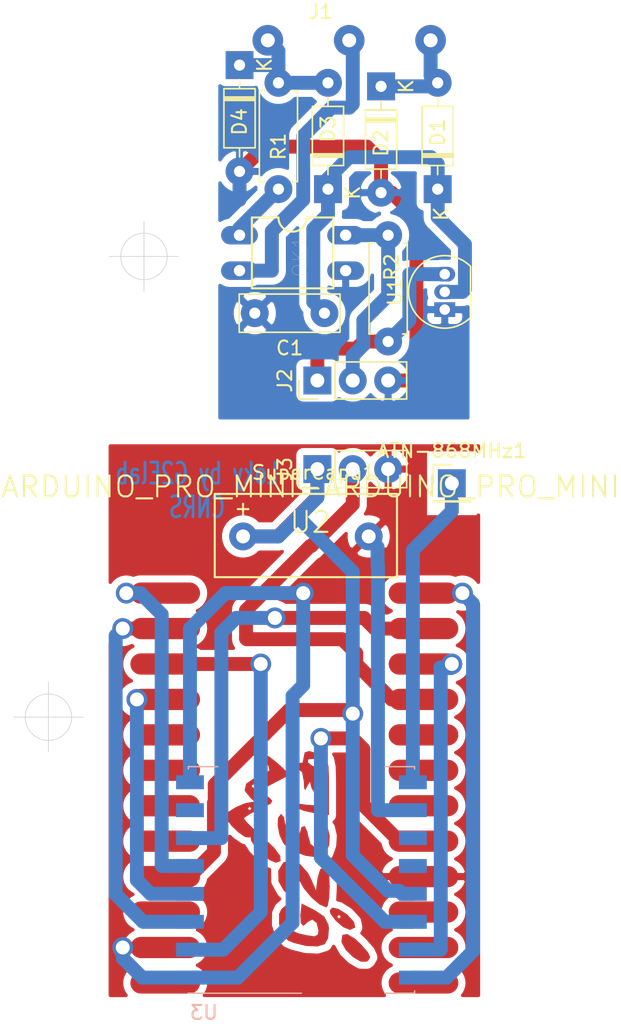
<source format=kicad_pcb>
(kicad_pcb (version 20171130) (host pcbnew "(5.1.4)-1")

  (general
    (thickness 1.6)
    (drawings 5)
    (tracks 190)
    (zones 0)
    (modules 17)
    (nets 45)
  )

  (page A4)
  (layers
    (0 F.Cu signal)
    (31 B.Cu signal)
    (32 B.Adhes user)
    (33 F.Adhes user)
    (34 B.Paste user)
    (35 F.Paste user)
    (36 B.SilkS user)
    (37 F.SilkS user)
    (38 B.Mask user)
    (39 F.Mask user)
    (40 Dwgs.User user)
    (41 Cmts.User user)
    (42 Eco1.User user)
    (43 Eco2.User user)
    (44 Edge.Cuts user)
    (45 Margin user hide)
    (46 B.CrtYd user hide)
    (47 F.CrtYd user hide)
    (48 B.Fab user)
    (49 F.Fab user hide)
  )

  (setup
    (last_trace_width 1)
    (user_trace_width 0.5)
    (user_trace_width 1)
    (trace_clearance 0.2)
    (zone_clearance 0.508)
    (zone_45_only no)
    (trace_min 0.2)
    (via_size 0.8)
    (via_drill 0.4)
    (via_min_size 0.4)
    (via_min_drill 0.3)
    (uvia_size 0.3)
    (uvia_drill 0.1)
    (uvias_allowed no)
    (uvia_min_size 0.2)
    (uvia_min_drill 0.1)
    (edge_width 0.05)
    (segment_width 0.2)
    (pcb_text_width 0.3)
    (pcb_text_size 1.5 1.5)
    (mod_edge_width 0.12)
    (mod_text_size 1 1)
    (mod_text_width 0.15)
    (pad_size 1.1 2)
    (pad_drill 0.75)
    (pad_to_mask_clearance 0)
    (aux_axis_origin 104.902 124.46)
    (grid_origin 141.986 89.916)
    (visible_elements 7FFFFFFF)
    (pcbplotparams
      (layerselection 0x010fc_ffffffff)
      (usegerberextensions false)
      (usegerberattributes true)
      (usegerberadvancedattributes true)
      (creategerberjobfile true)
      (excludeedgelayer true)
      (linewidth 0.100000)
      (plotframeref false)
      (viasonmask false)
      (mode 1)
      (useauxorigin false)
      (hpglpennumber 1)
      (hpglpenspeed 20)
      (hpglpendiameter 15.000000)
      (psnegative false)
      (psa4output false)
      (plotreference true)
      (plotvalue true)
      (plotinvisibletext false)
      (padsonsilk false)
      (subtractmaskfromsilk false)
      (outputformat 1)
      (mirror false)
      (drillshape 1)
      (scaleselection 1)
      (outputdirectory ""))
  )

  (net 0 "")
  (net 1 "Net-(C1-Pad1)")
  (net 2 A)
  (net 3 I2)
  (net 4 I1)
  (net 5 MISO)
  (net 6 MOSI)
  (net 7 SCK)
  (net 8 NSS)
  (net 9 RST)
  (net 10 DIO0)
  (net 11 DIO1)
  (net 12 DIO2)
  (net 13 "Net-(U2-PadJP7_12)")
  (net 14 "Net-(U2-PadJP7_11)")
  (net 15 "Net-(U2-PadJP7_10)")
  (net 16 "Net-(U2-PadJP7_7)")
  (net 17 "Net-(U2-PadJP7_6)")
  (net 18 "Net-(U2-PadJP7_5)")
  (net 19 "Net-(U2-PadJP6_8)")
  (net 20 "Net-(U2-PadJP6_7)")
  (net 21 "Net-(U2-PadJP6_6)")
  (net 22 "Net-(U2-PadJP6_5)")
  (net 23 "Net-(U2-PadJP6_3)")
  (net 24 "Net-(U2-PadJP6_1)")
  (net 25 "Net-(U2-PadJP3_1)")
  (net 26 "Net-(U2-PadJP3_2)")
  (net 27 "Net-(U2-PadJP2_2)")
  (net 28 "Net-(U2-PadJP2_1)")
  (net 29 "Net-(U2-PadJP1_5)")
  (net 30 "Net-(U2-PadJP1_3)")
  (net 31 "Net-(U2-PadJP1_2)")
  (net 32 "Net-(U2-PadJP1_1)")
  (net 33 VGND_C1)
  (net 34 "Net-(OK1-Pad1)")
  (net 35 InfoTIC_C1)
  (net 36 VCC_C1)
  (net 37 VGND_C2)
  (net 38 VCC_C2)
  (net 39 "Net-(U2-PadJP1_4)")
  (net 40 "Net-(U3-Pad12)")
  (net 41 "Net-(U3-Pad11)")
  (net 42 "Net-(ATN-868MHz1-Pad1)")
  (net 43 "Net-(U3-Pad7)")
  (net 44 InfoTIC_C2)

  (net_class Default "This is the default net class."
    (clearance 0.2)
    (trace_width 0.25)
    (via_dia 0.8)
    (via_drill 0.4)
    (uvia_dia 0.3)
    (uvia_drill 0.1)
    (add_net A)
    (add_net DIO0)
    (add_net DIO1)
    (add_net DIO2)
    (add_net I1)
    (add_net I2)
    (add_net InfoTIC_C1)
    (add_net InfoTIC_C2)
    (add_net MISO)
    (add_net MOSI)
    (add_net NSS)
    (add_net "Net-(ATN-868MHz1-Pad1)")
    (add_net "Net-(C1-Pad1)")
    (add_net "Net-(OK1-Pad1)")
    (add_net "Net-(U2-PadJP1_1)")
    (add_net "Net-(U2-PadJP1_2)")
    (add_net "Net-(U2-PadJP1_3)")
    (add_net "Net-(U2-PadJP1_4)")
    (add_net "Net-(U2-PadJP1_5)")
    (add_net "Net-(U2-PadJP2_1)")
    (add_net "Net-(U2-PadJP2_2)")
    (add_net "Net-(U2-PadJP3_1)")
    (add_net "Net-(U2-PadJP3_2)")
    (add_net "Net-(U2-PadJP6_1)")
    (add_net "Net-(U2-PadJP6_3)")
    (add_net "Net-(U2-PadJP6_5)")
    (add_net "Net-(U2-PadJP6_6)")
    (add_net "Net-(U2-PadJP6_7)")
    (add_net "Net-(U2-PadJP6_8)")
    (add_net "Net-(U2-PadJP7_10)")
    (add_net "Net-(U2-PadJP7_11)")
    (add_net "Net-(U2-PadJP7_12)")
    (add_net "Net-(U2-PadJP7_5)")
    (add_net "Net-(U2-PadJP7_6)")
    (add_net "Net-(U2-PadJP7_7)")
    (add_net "Net-(U3-Pad11)")
    (add_net "Net-(U3-Pad12)")
    (add_net "Net-(U3-Pad7)")
    (add_net RST)
    (add_net SCK)
    (add_net VCC_C1)
    (add_net VCC_C2)
    (add_net VGND_C1)
    (add_net VGND_C2)
  )

  (module Package_TO_SOT_THT:TO-92_Inline (layer F.Cu) (tedit 5A1DD157) (tstamp 606E64D1)
    (at 133.096 88.392 90)
    (descr "TO-92 leads in-line, narrow, oval pads, drill 0.75mm (see NXP sot054_po.pdf)")
    (tags "to-92 sc-43 sc-43a sot54 PA33 transistor")
    (path /606E6241)
    (fp_text reference U1 (at 1.27 -3.56 90) (layer F.SilkS)
      (effects (font (size 1 1) (thickness 0.15)))
    )
    (fp_text value MCP1702_TO92 (at 1.27 2.79 90) (layer F.Fab)
      (effects (font (size 1 1) (thickness 0.15)))
    )
    (fp_arc (start 1.27 0) (end 1.27 -2.6) (angle 135) (layer F.SilkS) (width 0.12))
    (fp_arc (start 1.27 0) (end 1.27 -2.48) (angle -135) (layer F.Fab) (width 0.1))
    (fp_arc (start 1.27 0) (end 1.27 -2.6) (angle -135) (layer F.SilkS) (width 0.12))
    (fp_arc (start 1.27 0) (end 1.27 -2.48) (angle 135) (layer F.Fab) (width 0.1))
    (fp_line (start 4 2.01) (end -1.46 2.01) (layer F.CrtYd) (width 0.05))
    (fp_line (start 4 2.01) (end 4 -2.73) (layer F.CrtYd) (width 0.05))
    (fp_line (start -1.46 -2.73) (end -1.46 2.01) (layer F.CrtYd) (width 0.05))
    (fp_line (start -1.46 -2.73) (end 4 -2.73) (layer F.CrtYd) (width 0.05))
    (fp_line (start -0.5 1.75) (end 3 1.75) (layer F.Fab) (width 0.1))
    (fp_line (start -0.53 1.85) (end 3.07 1.85) (layer F.SilkS) (width 0.12))
    (fp_text user %R (at 1.27 -3.56 90) (layer F.Fab)
      (effects (font (size 1 1) (thickness 0.15)))
    )
    (pad 1 thru_hole rect (at 0 0 90) (size 1.05 1.5) (drill 0.75) (layers *.Cu *.Mask)
      (net 33 VGND_C1))
    (pad 3 thru_hole oval (at 2.54 0 90) (size 1.05 1.5) (drill 0.75) (layers *.Cu *.Mask)
      (net 36 VCC_C1))
    (pad 2 thru_hole oval (at 1.27 0 90) (size 1.05 1.5) (drill 0.75) (layers *.Cu *.Mask)
      (net 1 "Net-(C1-Pad1)"))
    (model ${KISYS3DMOD}/Package_TO_SOT_THT.3dshapes/TO-92_Inline.wrl
      (at (xyz 0 0 0))
      (scale (xyz 1 1 1))
      (rotate (xyz 0 0 0))
    )
  )

  (module LoKy-PCB-v1-1:logo_lowquality (layer F.Cu) (tedit 0) (tstamp 606835C3)
    (at 122.428 127.762 90)
    (path /6093A2FA)
    (fp_text reference LogoG2Elab1 (at 0 0 90) (layer F.Cu) hide
      (effects (font (size 1.524 1.524) (thickness 0.3)))
    )
    (fp_text value LogoG2Elab (at 0.75 0 90) (layer F.Cu) hide
      (effects (font (size 1.524 1.524) (thickness 0.3)))
    )
    (fp_poly (pts (xy -5.453388 3.318033) (xy -5.385651 3.658664) (xy -5.710634 4.213684) (xy -6.097262 4.628925)
      (xy -6.68883 5.153541) (xy -7.046562 5.319226) (xy -7.292065 5.166556) (xy -7.369128 5.053308)
      (xy -7.356516 4.630147) (xy -7.034098 4.080065) (xy -6.5377 3.571705) (xy -6.003144 3.27371)
      (xy -5.922124 3.256667) (xy -5.453388 3.318033)) (layer F.Cu) (width 0.01))
    (fp_poly (pts (xy -3.491743 2.589329) (xy -3.591735 3.047959) (xy -3.970916 3.646586) (xy -3.995437 3.676316)
      (xy -4.524441 4.161854) (xy -4.912718 4.238417) (xy -5.078745 3.893598) (xy -5.08 3.841361)
      (xy -4.886821 3.374027) (xy -4.631421 3.074737) (xy -4.277895 3.074737) (xy -4.144211 3.208421)
      (xy -4.010527 3.074737) (xy -4.144211 2.941053) (xy -4.277895 3.074737) (xy -4.631421 3.074737)
      (xy -4.439308 2.849611) (xy -3.935502 2.474388) (xy -3.702248 2.406316) (xy -3.491743 2.589329)) (layer F.Cu) (width 0.01))
    (fp_poly (pts (xy -3.943562 -1.217378) (xy -3.598523 -1.060385) (xy -3.23532 -0.633635) (xy -3.356373 -0.396454)
      (xy -3.934146 -0.383457) (xy -4.113592 -0.412949) (xy -4.749264 -0.489014) (xy -5.111985 -0.336094)
      (xy -5.334404 0.158029) (xy -5.470855 0.735263) (xy -5.554579 1.329913) (xy -5.411182 1.568063)
      (xy -5.117023 1.60421) (xy -4.580745 1.466861) (xy -4.350032 1.15458) (xy -4.525008 0.817023)
      (xy -4.570108 0.78675) (xy -4.806635 0.511823) (xy -4.592136 0.330938) (xy -4.009119 0.302279)
      (xy -3.899847 0.314093) (xy -3.205544 0.401053) (xy -3.674877 1.336842) (xy -4.130485 2.015574)
      (xy -4.700422 2.311819) (xy -4.969089 2.353127) (xy -5.68087 2.294198) (xy -6.106376 2.057193)
      (xy -6.270303 1.522877) (xy -6.235348 0.711819) (xy -6.022271 -0.165178) (xy -5.84667 -0.579847)
      (xy -5.383921 -0.994003) (xy -4.663981 -1.224803) (xy -3.943562 -1.217378)) (layer F.Cu) (width 0.01))
    (fp_poly (pts (xy -0.259805 -0.926675) (xy -0.088666 -0.360952) (xy -0.3538 0.265542) (xy -0.987082 0.836019)
      (xy -1.420989 1.06397) (xy -2.272632 1.430005) (xy -1.403684 1.534048) (xy -0.761994 1.719277)
      (xy -0.534737 2.022203) (xy -0.68445 2.256897) (xy -1.194123 2.376845) (xy -2.005263 2.406316)
      (xy -2.810645 2.368283) (xy -3.344776 2.270174) (xy -3.47579 2.175004) (xy -3.270891 1.686033)
      (xy -2.761162 1.08923) (xy -2.104049 0.545539) (xy -1.613273 0.271122) (xy -1.058534 -0.01828)
      (xy -0.803885 -0.268747) (xy -0.802106 -0.284026) (xy -1.003021 -0.630576) (xy -1.444628 -0.682413)
      (xy -1.740618 -0.532477) (xy -2.214235 -0.287759) (xy -2.494364 -0.368556) (xy -2.446078 -0.689199)
      (xy -2.289342 -0.880884) (xy -1.608911 -1.266298) (xy -0.855694 -1.281364) (xy -0.259805 -0.926675)) (layer F.Cu) (width 0.01))
    (fp_poly (pts (xy 2.94117 -1.295699) (xy 3.205383 -1.10178) (xy 3.208421 -1.069474) (xy 2.980209 -0.866368)
      (xy 2.559097 -0.802105) (xy 1.855044 -0.616336) (xy 1.43897 -0.334211) (xy 1.142183 0.008182)
      (xy 1.270617 0.154531) (xy 1.687241 0.218285) (xy 2.274321 0.383796) (xy 2.354924 0.615499)
      (xy 1.928347 0.812667) (xy 1.691671 0.851188) (xy 1.069036 1.033637) (xy 0.861051 1.30244)
      (xy 1.085966 1.532378) (xy 1.58193 1.60421) (xy 2.228388 1.717262) (xy 2.406316 2.005263)
      (xy 2.183887 2.283753) (xy 1.650205 2.40492) (xy 1.005678 2.366836) (xy 0.450711 2.167574)
      (xy 0.284305 2.025671) (xy 0.123574 1.4705) (xy 0.222352 0.684355) (xy 0.523012 -0.133196)
      (xy 0.967928 -0.782585) (xy 1.136634 -0.926001) (xy 1.718727 -1.194786) (xy 2.382929 -1.32236)
      (xy 2.94117 -1.295699)) (layer F.Cu) (width 0.01))
    (fp_poly (pts (xy 6.891594 -0.072882) (xy 6.854891 0.133684) (xy 6.898363 0.463416) (xy 7.227338 0.534737)
      (xy 7.633816 0.616975) (xy 7.728116 0.937065) (xy 7.536423 1.605067) (xy 7.503098 1.693752)
      (xy 7.340234 2.027514) (xy 7.08284 2.224291) (xy 6.605236 2.320033) (xy 5.781742 2.350688)
      (xy 5.198849 2.352842) (xy 3.145185 2.352842) (xy 3.289387 1.277731) (xy 3.45585 0.517644)
      (xy 3.68871 -0.024926) (xy 3.749576 -0.099216) (xy 3.929963 -0.172136) (xy 3.958869 0.150696)
      (xy 3.880858 0.735263) (xy 3.823828 1.531196) (xy 3.976375 1.86003) (xy 4.324471 1.706241)
      (xy 4.420042 1.60421) (xy 4.946316 1.60421) (xy 4.967514 1.850586) (xy 5.06422 1.871579)
      (xy 5.216805 1.762808) (xy 6.594565 1.762808) (xy 6.772091 1.797849) (xy 7.091539 1.474654)
      (xy 7.17171 1.247844) (xy 7.135835 0.861796) (xy 6.911359 0.848235) (xy 6.661784 1.177198)
      (xy 6.602748 1.35211) (xy 6.594565 1.762808) (xy 5.216805 1.762808) (xy 5.336487 1.677493)
      (xy 5.347368 1.60421) (xy 5.30054 1.470526) (xy 5.882105 1.470526) (xy 6.015789 1.60421)
      (xy 6.149473 1.470526) (xy 6.015789 1.336842) (xy 5.882105 1.470526) (xy 5.30054 1.470526)
      (xy 5.256146 1.343793) (xy 5.229463 1.336842) (xy 5.001192 1.524197) (xy 4.946316 1.60421)
      (xy 4.420042 1.60421) (xy 4.545263 1.470526) (xy 5.038533 1.119163) (xy 5.313264 1.050682)
      (xy 5.545097 0.994302) (xy 5.287288 0.834323) (xy 5.213684 0.802105) (xy 4.932358 0.646349)
      (xy 5.098727 0.574508) (xy 5.547894 0.553529) (xy 6.220597 0.430888) (xy 6.416842 0.133684)
      (xy 6.576316 -0.221878) (xy 6.712816 -0.267368) (xy 6.891594 -0.072882)) (layer F.Cu) (width 0.01))
    (fp_poly (pts (xy 3.38316 -4.856495) (xy 3.712457 -4.324319) (xy 3.979016 -3.69098) (xy 4.081642 -3.163985)
      (xy 4.070226 -3.074737) (xy 4.148263 -3.036146) (xy 4.184103 -3.074737) (xy 5.08 -3.074737)
      (xy 5.213684 -2.941053) (xy 5.347368 -3.074737) (xy 5.213684 -3.208421) (xy 5.08 -3.074737)
      (xy 4.184103 -3.074737) (xy 4.370339 -3.275263) (xy 4.897907 -3.6961) (xy 5.387483 -3.588874)
      (xy 5.818406 -2.959983) (xy 5.882105 -2.807368) (xy 6.148774 -2.163016) (xy 6.361436 -1.921623)
      (xy 6.670479 -1.992018) (xy 6.969156 -2.148354) (xy 7.371449 -2.284246) (xy 7.486316 -2.212465)
      (xy 7.325994 -1.919217) (xy 6.946579 -1.433736) (xy 6.500395 -0.932161) (xy 6.139763 -0.59063)
      (xy 6.035433 -0.534737) (xy 5.874142 -0.75059) (xy 5.587745 -1.287228) (xy 5.498972 -1.470526)
      (xy 5.141177 -2.144814) (xy 4.868856 -2.363643) (xy 4.578291 -2.171703) (xy 4.399916 -1.944098)
      (xy 4.172084 -1.715323) (xy 3.96913 -1.816438) (xy 3.701225 -2.319976) (xy 3.572105 -2.612519)
      (xy 3.244066 -3.284115) (xy 3.205499 -3.342105) (xy 3.475789 -3.342105) (xy 3.609473 -3.208421)
      (xy 3.743158 -3.342105) (xy 3.609473 -3.47579) (xy 3.475789 -3.342105) (xy 3.205499 -3.342105)
      (xy 2.974656 -3.689199) (xy 2.893895 -3.743158) (xy 2.637917 -3.553839) (xy 2.152653 -3.058883)
      (xy 1.578273 -2.406316) (xy 0.797778 -1.574514) (xy 0.206944 -1.139525) (xy -0.159099 -1.119393)
      (xy -0.267369 -1.458373) (xy -0.092698 -1.889013) (xy 0.329195 -2.432759) (xy 0.845129 -2.931814)
      (xy 1.301925 -3.228382) (xy 1.470526 -3.248642) (xy 1.590882 -3.297258) (xy 1.533625 -3.368129)
      (xy 1.568634 -3.659865) (xy 1.887308 -4.127664) (xy 2.351135 -4.619401) (xy 2.8216 -4.982951)
      (xy 3.092322 -5.08) (xy 3.38316 -4.856495)) (layer F.Cu) (width 0.01))
  )

  (module Connector_PinHeader_2.54mm:PinHeader_1x01_P2.54mm_Vertical (layer F.Cu) (tedit 60673FF7) (tstamp 60680577)
    (at 133.604 100.838)
    (descr "Through hole straight pin header, 1x01, 2.54mm pitch, single row")
    (tags "Through hole pin header THT 1x01 2.54mm single row")
    (path /60745ADF)
    (fp_text reference ATN-868MHz1 (at 0 -2.33) (layer F.SilkS)
      (effects (font (size 1 1) (thickness 0.15)))
    )
    (fp_text value Passive_Antenna_Helical (at 0 2.33) (layer F.Fab)
      (effects (font (size 1 1) (thickness 0.15)))
    )
    (fp_text user %R (at 0 0 90) (layer F.Fab)
      (effects (font (size 1 1) (thickness 0.15)))
    )
    (fp_line (start 1.8 -1.8) (end -1.8 -1.8) (layer F.CrtYd) (width 0.05))
    (fp_line (start 1.8 1.8) (end 1.8 -1.8) (layer F.CrtYd) (width 0.05))
    (fp_line (start -1.8 1.8) (end 1.8 1.8) (layer F.CrtYd) (width 0.05))
    (fp_line (start -1.8 -1.8) (end -1.8 1.8) (layer F.CrtYd) (width 0.05))
    (fp_line (start -1.33 -1.33) (end 0 -1.33) (layer F.SilkS) (width 0.12))
    (fp_line (start -1.33 0) (end -1.33 -1.33) (layer F.SilkS) (width 0.12))
    (fp_line (start -1.33 1.27) (end 1.33 1.27) (layer F.SilkS) (width 0.12))
    (fp_line (start 1.33 1.27) (end 1.33 1.33) (layer F.SilkS) (width 0.12))
    (fp_line (start -1.33 1.27) (end -1.33 1.33) (layer F.SilkS) (width 0.12))
    (fp_line (start -1.33 1.33) (end 1.33 1.33) (layer F.SilkS) (width 0.12))
    (fp_line (start -1.27 -0.635) (end -0.635 -1.27) (layer F.Fab) (width 0.1))
    (fp_line (start -1.27 1.27) (end -1.27 -0.635) (layer F.Fab) (width 0.1))
    (fp_line (start 1.27 1.27) (end -1.27 1.27) (layer F.Fab) (width 0.1))
    (fp_line (start 1.27 -1.27) (end 1.27 1.27) (layer F.Fab) (width 0.1))
    (fp_line (start -0.635 -1.27) (end 1.27 -1.27) (layer F.Fab) (width 0.1))
    (pad 1 thru_hole rect (at 0 0) (size 2 2) (drill 1) (layers *.Cu *.Mask)
      (net 42 "Net-(ATN-868MHz1-Pad1)"))
    (model ${KISYS3DMOD}/Connector_PinHeader_2.54mm.3dshapes/PinHeader_1x01_P2.54mm_Vertical.wrl
      (at (xyz 0 0 0))
      (scale (xyz 1 1 1))
      (rotate (xyz 0 0 0))
    )
  )

  (module LoKy-PCB-v1-1:ArduProMini_minimalist (layer F.Cu) (tedit 60670DAD) (tstamp 6067B459)
    (at 112.03 102.362)
    (path /60698818)
    (fp_text reference U2 (at 11.43 1.27 180) (layer F.SilkS)
      (effects (font (size 1.5 1.5) (thickness 0.15)))
    )
    (fp_text value ARDUINO_PRO_MINI-ARDUINO_PRO_MINI (at 11.43 -1.27 180) (layer F.SilkS)
      (effects (font (size 1.5 1.5) (thickness 0.15)))
    )
    (pad JP1_5 smd oval (at 20.574 16.383) (size 0.1 0.1) (layers F.Cu F.Paste F.Mask)
      (net 29 "Net-(U2-PadJP1_5)"))
    (pad JP1_4 smd oval (at 20.574 16.383) (size 0.1 0.1) (layers F.Cu F.Paste F.Mask)
      (net 39 "Net-(U2-PadJP1_4)"))
    (pad JP1_3 smd oval (at 20.828 16.51) (size 0.1 0.1) (layers F.Cu F.Paste F.Mask)
      (net 30 "Net-(U2-PadJP1_3)"))
    (pad JP1_2 smd oval (at 20.828 16.51) (size 0.1 0.1) (layers F.Cu F.Paste F.Mask)
      (net 31 "Net-(U2-PadJP1_2)"))
    (pad JP1_1 smd oval (at 20.828 16.51) (size 0.1 0.1) (layers F.Cu F.Paste F.Mask)
      (net 32 "Net-(U2-PadJP1_1)"))
    (pad JP3_2 smd oval (at 20.447 16.637) (size 0.1 0.1) (layers F.Cu F.Paste F.Mask)
      (net 26 "Net-(U2-PadJP3_2)"))
    (pad JP3_1 smd oval (at 20.828 16.51) (size 0.1 0.1) (layers F.Cu F.Paste F.Mask)
      (net 25 "Net-(U2-PadJP3_1)"))
    (pad JP2_2 smd oval (at 20.828 16.51) (size 0.1 0.1) (layers F.Cu F.Paste F.Mask)
      (net 27 "Net-(U2-PadJP2_2)"))
    (pad JP2_1 smd oval (at 20.828 16.51) (size 0.1 0.1) (layers F.Cu F.Paste F.Mask)
      (net 28 "Net-(U2-PadJP2_1)"))
    (pad JP7_12 smd oval (at 19.54 34.29) (size 5 1.524) (layers F.Cu F.Paste F.Mask)
      (net 13 "Net-(U2-PadJP7_12)"))
    (pad JP7_11 smd oval (at 19.54 31.75) (size 5 1.524) (layers F.Cu F.Paste F.Mask)
      (net 14 "Net-(U2-PadJP7_11)"))
    (pad JP7_10 smd oval (at 19.54 29.21) (size 5 1.524) (layers F.Cu F.Paste F.Mask)
      (net 15 "Net-(U2-PadJP7_10)"))
    (pad JP7_9 smd oval (at 19.54 26.67) (size 5 1.524) (layers F.Cu F.Paste F.Mask)
      (net 37 VGND_C2))
    (pad JP7_8 smd oval (at 19.54 24.13) (size 5 1.524) (layers F.Cu F.Paste F.Mask)
      (net 10 DIO0))
    (pad JP7_7 smd oval (at 19.54 21.59) (size 5 1.524) (layers F.Cu F.Paste F.Mask)
      (net 16 "Net-(U2-PadJP7_7)"))
    (pad JP7_6 smd oval (at 19.54 19.05) (size 5 1.524) (layers F.Cu F.Paste F.Mask)
      (net 17 "Net-(U2-PadJP7_6)"))
    (pad JP7_5 smd oval (at 19.54 16.51) (size 5 1.524) (layers F.Cu F.Paste F.Mask)
      (net 18 "Net-(U2-PadJP7_5)"))
    (pad JP7_4 smd oval (at 19.54 13.97) (size 5 1.524) (layers F.Cu F.Paste F.Mask)
      (net 44 InfoTIC_C2))
    (pad JP7_3 smd oval (at 19.54 11.43) (size 5 1.524) (layers F.Cu F.Paste F.Mask)
      (net 11 DIO1))
    (pad JP7_2 smd oval (at 19.54 8.89) (size 5 1.524) (layers F.Cu F.Paste F.Mask)
      (net 9 RST))
    (pad JP7_1 smd oval (at 19.54 6.35) (size 5 1.524) (layers F.Cu F.Paste F.Mask)
      (net 12 DIO2))
    (pad JP6_1 smd oval (at 1 34.29) (size 5 1.524) (layers F.Cu F.Paste F.Mask)
      (net 24 "Net-(U2-PadJP6_1)"))
    (pad JP6_2 smd oval (at 1 31.75) (size 5 1.524) (layers F.Cu F.Paste F.Mask)
      (net 37 VGND_C2))
    (pad JP6_3 smd oval (at 1 29.21) (size 5 1.524) (layers F.Cu F.Paste F.Mask)
      (net 23 "Net-(U2-PadJP6_3)"))
    (pad JP6_4 smd oval (at 1 26.67) (size 5 1.524) (layers F.Cu F.Paste F.Mask)
      (net 38 VCC_C2))
    (pad JP6_5 smd oval (at 1 24.13) (size 5 1.524) (layers F.Cu F.Paste F.Mask)
      (net 22 "Net-(U2-PadJP6_5)"))
    (pad JP6_6 smd oval (at 1 21.59) (size 5 1.524) (layers F.Cu F.Paste F.Mask)
      (net 21 "Net-(U2-PadJP6_6)"))
    (pad JP6_7 smd oval (at 1 19.05) (size 5 1.524) (layers F.Cu F.Paste F.Mask)
      (net 20 "Net-(U2-PadJP6_7)"))
    (pad JP6_8 smd oval (at 1 16.51) (size 5 1.524) (layers F.Cu F.Paste F.Mask)
      (net 19 "Net-(U2-PadJP6_8)"))
    (pad JP6_9 smd oval (at 1 13.97) (size 5 1.524) (layers F.Cu F.Paste F.Mask)
      (net 7 SCK))
    (pad JP6_10 smd oval (at 1 11.43) (size 5 1.524) (layers F.Cu F.Paste F.Mask)
      (net 5 MISO))
    (pad JP6_11 smd oval (at 1 8.89) (size 5 1.524) (layers F.Cu F.Paste F.Mask)
      (net 6 MOSI))
    (pad JP6_12 smd oval (at 1 6.35) (size 5 1.524) (layers F.Cu F.Paste F.Mask)
      (net 8 NSS))
  )

  (module LoKy-PCB-v1-1:DIL04 (layer F.Cu) (tedit 60227CC4) (tstamp 6067C0A6)
    (at 122.174 84.328 270)
    (descr "<b>Dual In Line Package</b>")
    (path /606AF43F)
    (fp_text reference OK1 (at 0.254 -0.50807 270) (layer F.SilkS)
      (effects (font (size 1.000126 1.000126) (thickness 0.015)))
    )
    (fp_text value PC814-PC814 (at 3.559965 -0.254275 270) (layer F.Fab)
      (effects (font (size 1.00111 1.00111) (thickness 0.015)))
    )
    (fp_line (start 2.54 -2.921) (end -2.54 -2.921) (layer F.SilkS) (width 0.1524))
    (fp_line (start -2.54 2.921) (end 2.54 2.921) (layer F.SilkS) (width 0.1524))
    (fp_line (start 2.54 -2.921) (end 2.54 2.921) (layer F.SilkS) (width 0.1524))
    (fp_line (start -2.54 -2.921) (end -2.54 -1.016) (layer F.SilkS) (width 0.1524))
    (fp_line (start -2.54 2.921) (end -2.54 1.016) (layer F.SilkS) (width 0.1524))
    (fp_arc (start -2.54 0) (end -2.54 1.016) (angle -180) (layer F.SilkS) (width 0.1524))
    (pad 1 thru_hole oval (at -1.27 3.81 270) (size 1.3208 2.6416) (drill 0.8128) (layers *.Cu *.Mask)
      (net 34 "Net-(OK1-Pad1)"))
    (pad 2 thru_hole oval (at 1.27 3.81 270) (size 1.3208 2.6416) (drill 0.8128) (layers *.Cu *.Mask)
      (net 3 I2))
    (pad 3 thru_hole oval (at 1.27 -3.81 270) (size 1.3208 2.6416) (drill 0.8128) (layers *.Cu *.Mask)
      (net 33 VGND_C1))
    (pad 4 thru_hole oval (at -1.27 -3.81 270) (size 1.3208 2.6416) (drill 0.8128) (layers *.Cu *.Mask)
      (net 35 InfoTIC_C1))
  )

  (module Connector_PinHeader_2.54mm:PinHeader_1x03_P2.54mm_Vertical (layer F.Cu) (tedit 60673FDE) (tstamp 6067B9F4)
    (at 123.952 99.822 90)
    (descr "Through hole straight pin header, 1x03, 2.54mm pitch, single row")
    (tags "Through hole pin header THT 1x03 2.54mm single row")
    (path /6086152A)
    (fp_text reference J3 (at 0 -2.33 90) (layer F.SilkS)
      (effects (font (size 1 1) (thickness 0.15)))
    )
    (fp_text value Conn_01x03_Male (at 0 7.41 90) (layer F.Fab)
      (effects (font (size 1 1) (thickness 0.15)))
    )
    (fp_text user %R (at 0 2.54) (layer F.Fab)
      (effects (font (size 1 1) (thickness 0.15)))
    )
    (fp_line (start 1.8 -1.8) (end -1.8 -1.8) (layer F.CrtYd) (width 0.05))
    (fp_line (start 1.8 6.85) (end 1.8 -1.8) (layer F.CrtYd) (width 0.05))
    (fp_line (start -1.8 6.85) (end 1.8 6.85) (layer F.CrtYd) (width 0.05))
    (fp_line (start -1.8 -1.8) (end -1.8 6.85) (layer F.CrtYd) (width 0.05))
    (fp_line (start -1.33 -1.33) (end 0 -1.33) (layer F.SilkS) (width 0.12))
    (fp_line (start -1.33 0) (end -1.33 -1.33) (layer F.SilkS) (width 0.12))
    (fp_line (start -1.33 1.27) (end 1.33 1.27) (layer F.SilkS) (width 0.12))
    (fp_line (start 1.33 1.27) (end 1.33 6.41) (layer F.SilkS) (width 0.12))
    (fp_line (start -1.33 1.27) (end -1.33 6.41) (layer F.SilkS) (width 0.12))
    (fp_line (start -1.33 6.41) (end 1.33 6.41) (layer F.SilkS) (width 0.12))
    (fp_line (start -1.27 -0.635) (end -0.635 -1.27) (layer F.Fab) (width 0.1))
    (fp_line (start -1.27 6.35) (end -1.27 -0.635) (layer F.Fab) (width 0.1))
    (fp_line (start 1.27 6.35) (end -1.27 6.35) (layer F.Fab) (width 0.1))
    (fp_line (start 1.27 -1.27) (end 1.27 6.35) (layer F.Fab) (width 0.1))
    (fp_line (start -0.635 -1.27) (end 1.27 -1.27) (layer F.Fab) (width 0.1))
    (pad 3 thru_hole oval (at 0 5.08 90) (size 2 2) (drill 1) (layers *.Cu *.Mask)
      (net 37 VGND_C2))
    (pad 2 thru_hole oval (at 0 2.54 90) (size 2 2) (drill 1) (layers *.Cu *.Mask)
      (net 44 InfoTIC_C2))
    (pad 1 thru_hole rect (at 0 0 90) (size 2 2) (drill 1) (layers *.Cu *.Mask)
      (net 38 VCC_C2))
    (model ${KISYS3DMOD}/Connector_PinHeader_2.54mm.3dshapes/PinHeader_1x03_P2.54mm_Vertical.wrl
      (at (xyz 0 0 0))
      (scale (xyz 1 1 1))
      (rotate (xyz 0 0 0))
    )
  )

  (module Connector_PinHeader_2.54mm:PinHeader_1x03_P2.54mm_Vertical (layer F.Cu) (tedit 60674077) (tstamp 6067B9DD)
    (at 123.952 93.472 90)
    (descr "Through hole straight pin header, 1x03, 2.54mm pitch, single row")
    (tags "Through hole pin header THT 1x03 2.54mm single row")
    (path /60840CE7)
    (fp_text reference J2 (at 0 -2.33 90) (layer F.SilkS)
      (effects (font (size 1 1) (thickness 0.15)))
    )
    (fp_text value Conn_01x03_Female (at 0 7.41 90) (layer F.Fab)
      (effects (font (size 1 1) (thickness 0.15)))
    )
    (fp_text user %R (at 0 2.54) (layer F.Fab)
      (effects (font (size 1 1) (thickness 0.15)))
    )
    (fp_line (start 1.8 -1.8) (end -1.8 -1.8) (layer F.CrtYd) (width 0.05))
    (fp_line (start 1.8 6.85) (end 1.8 -1.8) (layer F.CrtYd) (width 0.05))
    (fp_line (start -1.8 6.85) (end 1.8 6.85) (layer F.CrtYd) (width 0.05))
    (fp_line (start -1.8 -1.8) (end -1.8 6.85) (layer F.CrtYd) (width 0.05))
    (fp_line (start -1.33 -1.33) (end 0 -1.33) (layer F.SilkS) (width 0.12))
    (fp_line (start -1.33 0) (end -1.33 -1.33) (layer F.SilkS) (width 0.12))
    (fp_line (start -1.33 1.27) (end 1.33 1.27) (layer F.SilkS) (width 0.12))
    (fp_line (start 1.33 1.27) (end 1.33 6.41) (layer F.SilkS) (width 0.12))
    (fp_line (start -1.33 1.27) (end -1.33 6.41) (layer F.SilkS) (width 0.12))
    (fp_line (start -1.33 6.41) (end 1.33 6.41) (layer F.SilkS) (width 0.12))
    (fp_line (start -1.27 -0.635) (end -0.635 -1.27) (layer F.Fab) (width 0.1))
    (fp_line (start -1.27 6.35) (end -1.27 -0.635) (layer F.Fab) (width 0.1))
    (fp_line (start 1.27 6.35) (end -1.27 6.35) (layer F.Fab) (width 0.1))
    (fp_line (start 1.27 -1.27) (end 1.27 6.35) (layer F.Fab) (width 0.1))
    (fp_line (start -0.635 -1.27) (end 1.27 -1.27) (layer F.Fab) (width 0.1))
    (pad 3 thru_hole oval (at 0 5.08 90) (size 2 2) (drill 1) (layers *.Cu *.Mask)
      (net 33 VGND_C1))
    (pad 2 thru_hole oval (at 0 2.54 90) (size 2 2) (drill 1) (layers *.Cu *.Mask)
      (net 35 InfoTIC_C1))
    (pad 1 thru_hole rect (at 0 0 90) (size 2 2) (drill 1) (layers *.Cu *.Mask)
      (net 36 VCC_C1))
    (model ${KISYS3DMOD}/Connector_PinHeader_2.54mm.3dshapes/PinHeader_1x03_P2.54mm_Vertical.wrl
      (at (xyz 0 0 0))
      (scale (xyz 1 1 1))
      (rotate (xyz 0 0 0))
    )
  )

  (module LoKy-PCB-v1-1:HOPERF_RFM9XW_SMD (layer B.Cu) (tedit 5A030172) (tstamp 6067B47D)
    (at 122.808 129.27)
    (descr " Low Power Long Range Transceiver Module SMD-16 http://www.hoperf.com/upload/rf/RFM95_96_97_98W.pdf")
    (tags " Low Power Long Range Transceiver Module")
    (path /6068F972)
    (attr smd)
    (fp_text reference U3 (at -7 9.5) (layer B.SilkS)
      (effects (font (size 1 1) (thickness 0.15)) (justify mirror))
    )
    (fp_text value RFM95W-868S2 (at 0 -9.5) (layer B.Fab)
      (effects (font (size 1 1) (thickness 0.15)) (justify mirror))
    )
    (fp_line (start 8.12 8.12) (end 8.12 7.95) (layer B.SilkS) (width 0.1))
    (fp_line (start 6 8.12) (end 8.12 8.12) (layer B.SilkS) (width 0.1))
    (fp_line (start -8.12 -8.12) (end -8.12 -7.95) (layer B.SilkS) (width 0.1))
    (fp_line (start -8.12 -8.12) (end -6 -8.12) (layer B.SilkS) (width 0.1))
    (fp_line (start 8.12 -8.12) (end 8.12 -7.95) (layer B.SilkS) (width 0.1))
    (fp_line (start -9.45 -8.25) (end -9.45 8.25) (layer B.CrtYd) (width 0.05))
    (fp_line (start -9.45 -8.25) (end 9.45 -8.25) (layer B.CrtYd) (width 0.05))
    (fp_line (start 9.45 8.25) (end 9.45 -8.25) (layer B.CrtYd) (width 0.05))
    (fp_line (start -9.45 8.25) (end 9.45 8.25) (layer B.CrtYd) (width 0.05))
    (fp_line (start 6 -8.12) (end 8.12 -8.12) (layer B.SilkS) (width 0.1))
    (fp_line (start -8.12 8.12) (end 0 8.12) (layer B.SilkS) (width 0.1))
    (fp_text user %R (at 0 0) (layer B.Fab)
      (effects (font (size 1 1) (thickness 0.15)) (justify mirror))
    )
    (fp_line (start -8 -8) (end -8 8) (layer B.Fab) (width 0.12))
    (fp_line (start -8 -8) (end 8 -8) (layer B.Fab) (width 0.12))
    (fp_line (start 8 -8) (end 8 8) (layer B.Fab) (width 0.12))
    (fp_line (start -8 8) (end 8 8) (layer B.Fab) (width 0.12))
    (pad 16 smd rect (at 8 7) (size 2 1) (layers B.Cu B.Paste B.Mask)
      (net 12 DIO2))
    (pad 15 smd rect (at 8 5) (size 2 1) (layers B.Cu B.Paste B.Mask)
      (net 11 DIO1))
    (pad 14 smd rect (at 8 3) (size 2 1) (layers B.Cu B.Paste B.Mask)
      (net 10 DIO0))
    (pad 13 smd rect (at 8 1) (size 2 1) (layers B.Cu B.Paste B.Mask)
      (net 38 VCC_C2))
    (pad 12 smd rect (at 8 -1) (size 2 1) (layers B.Cu B.Paste B.Mask)
      (net 40 "Net-(U3-Pad12)"))
    (pad 11 smd rect (at 8 -3) (size 2 1) (layers B.Cu B.Paste B.Mask)
      (net 41 "Net-(U3-Pad11)"))
    (pad 10 smd rect (at 8 -5) (size 2 1) (layers B.Cu B.Paste B.Mask)
      (net 37 VGND_C2))
    (pad 9 smd rect (at 8 -7) (size 2 1) (layers B.Cu B.Paste B.Mask)
      (net 42 "Net-(ATN-868MHz1-Pad1)"))
    (pad 8 smd rect (at -8 -7) (size 2 1) (layers B.Cu B.Paste B.Mask)
      (net 37 VGND_C2))
    (pad 7 smd rect (at -8 -5) (size 2 1) (layers B.Cu B.Paste B.Mask)
      (net 43 "Net-(U3-Pad7)"))
    (pad 6 smd rect (at -8 -3) (size 2 1) (layers B.Cu B.Paste B.Mask)
      (net 9 RST))
    (pad 5 smd rect (at -8 -1) (size 2 1) (layers B.Cu B.Paste B.Mask)
      (net 8 NSS))
    (pad 4 smd rect (at -8 1) (size 2 1) (layers B.Cu B.Paste B.Mask)
      (net 7 SCK))
    (pad 3 smd rect (at -8 3) (size 2 1) (layers B.Cu B.Paste B.Mask)
      (net 6 MOSI))
    (pad 2 smd rect (at -8 5) (size 2 1) (layers B.Cu B.Paste B.Mask)
      (net 5 MISO))
    (pad 1 smd rect (at -8 7) (size 2 1) (layers B.Cu B.Paste B.Mask)
      (net 37 VGND_C2))
    (model ${KISYS3DMOD}/RF_Module.3dshapes/HOPERF_RFM9XW_SMD.wrl
      (at (xyz 0 0 0))
      (scale (xyz 1 1 1))
      (rotate (xyz 0 0 0))
    )
  )

  (module LoKy-PCB-v1-1:SuperCapa (layer F.Cu) (tedit 60673FE8) (tstamp 6067B434)
    (at 123.698 99.568)
    (path /607F5215)
    (fp_text reference SuperCapa1 (at 0 0.5) (layer F.SilkS)
      (effects (font (size 1 1) (thickness 0.15)))
    )
    (fp_text value 0.47F (at 0 -0.5) (layer F.Fab)
      (effects (font (size 1 1) (thickness 0.15)))
    )
    (fp_text user + (at -5.08 3.048) (layer F.SilkS)
      (effects (font (size 1 1) (thickness 0.15)))
    )
    (fp_line (start -7.112 8.001) (end 5.969 8.001) (layer F.SilkS) (width 0.15))
    (fp_line (start -7.112 2.032) (end 5.969 2.032) (layer F.SilkS) (width 0.15))
    (fp_line (start -7.112 8.001) (end -7.112 2.032) (layer F.SilkS) (width 0.15))
    (fp_line (start 5.969 2.032) (end 5.969 8.001) (layer F.SilkS) (width 0.15))
    (pad 2 thru_hole circle (at 3.937 5.08) (size 2 2) (drill 1) (layers *.Cu *.Mask)
      (net 37 VGND_C2))
    (pad 1 thru_hole circle (at -5.08 5.08) (size 2 2) (drill 1) (layers *.Cu *.Mask)
      (net 38 VCC_C2))
  )

  (module Resistor_THT:R_Axial_DIN0207_L6.3mm_D2.5mm_P7.62mm_Horizontal (layer F.Cu) (tedit 606740F3) (tstamp 6067B429)
    (at 129.032 90.678 90)
    (descr "Resistor, Axial_DIN0207 series, Axial, Horizontal, pin pitch=7.62mm, 0.25W = 1/4W, length*diameter=6.3*2.5mm^2, http://cdn-reichelt.de/documents/datenblatt/B400/1_4W%23YAG.pdf")
    (tags "Resistor Axial_DIN0207 series Axial Horizontal pin pitch 7.62mm 0.25W = 1/4W length 6.3mm diameter 2.5mm")
    (path /6080B848)
    (fp_text reference R2 (at 5.334 0.254 90) (layer F.SilkS)
      (effects (font (size 1 1) (thickness 0.15)))
    )
    (fp_text value 3.3K (at 3.81 2.37 90) (layer F.Fab)
      (effects (font (size 1 1) (thickness 0.15)))
    )
    (fp_text user %R (at 3.81 0 90) (layer F.Fab)
      (effects (font (size 1 1) (thickness 0.15)))
    )
    (fp_line (start 8.67 -1.5) (end -1.05 -1.5) (layer F.CrtYd) (width 0.05))
    (fp_line (start 8.67 1.5) (end 8.67 -1.5) (layer F.CrtYd) (width 0.05))
    (fp_line (start -1.05 1.5) (end 8.67 1.5) (layer F.CrtYd) (width 0.05))
    (fp_line (start -1.05 -1.5) (end -1.05 1.5) (layer F.CrtYd) (width 0.05))
    (fp_line (start 7.08 1.37) (end 7.08 1.04) (layer F.SilkS) (width 0.12))
    (fp_line (start 0.54 1.37) (end 7.08 1.37) (layer F.SilkS) (width 0.12))
    (fp_line (start 0.54 1.04) (end 0.54 1.37) (layer F.SilkS) (width 0.12))
    (fp_line (start 7.08 -1.37) (end 7.08 -1.04) (layer F.SilkS) (width 0.12))
    (fp_line (start 0.54 -1.37) (end 7.08 -1.37) (layer F.SilkS) (width 0.12))
    (fp_line (start 0.54 -1.04) (end 0.54 -1.37) (layer F.SilkS) (width 0.12))
    (fp_line (start 7.62 0) (end 6.96 0) (layer F.Fab) (width 0.1))
    (fp_line (start 0 0) (end 0.66 0) (layer F.Fab) (width 0.1))
    (fp_line (start 6.96 -1.25) (end 0.66 -1.25) (layer F.Fab) (width 0.1))
    (fp_line (start 6.96 1.25) (end 6.96 -1.25) (layer F.Fab) (width 0.1))
    (fp_line (start 0.66 1.25) (end 6.96 1.25) (layer F.Fab) (width 0.1))
    (fp_line (start 0.66 -1.25) (end 0.66 1.25) (layer F.Fab) (width 0.1))
    (pad 2 thru_hole oval (at 7.62 0 90) (size 2 2) (drill 0.8) (layers *.Cu *.Mask)
      (net 35 InfoTIC_C1))
    (pad 1 thru_hole circle (at 0 0 90) (size 2 2) (drill 0.8) (layers *.Cu *.Mask)
      (net 36 VCC_C1))
    (model ${KISYS3DMOD}/Resistor_THT.3dshapes/R_Axial_DIN0207_L6.3mm_D2.5mm_P7.62mm_Horizontal.wrl
      (at (xyz 0 0 0))
      (scale (xyz 1 1 1))
      (rotate (xyz 0 0 0))
    )
  )

  (module Resistor_THT:R_Axial_DIN0207_L6.3mm_D2.5mm_P7.62mm_Horizontal (layer F.Cu) (tedit 60674052) (tstamp 6067B412)
    (at 121.158 79.756 90)
    (descr "Resistor, Axial_DIN0207 series, Axial, Horizontal, pin pitch=7.62mm, 0.25W = 1/4W, length*diameter=6.3*2.5mm^2, http://cdn-reichelt.de/documents/datenblatt/B400/1_4W%23YAG.pdf")
    (tags "Resistor Axial_DIN0207 series Axial Horizontal pin pitch 7.62mm 0.25W = 1/4W length 6.3mm diameter 2.5mm")
    (path /6080CB3D)
    (fp_text reference R1 (at 3.048 0 90) (layer F.SilkS)
      (effects (font (size 1 1) (thickness 0.15)))
    )
    (fp_text value 1.2K (at 3.81 2.37 90) (layer F.Fab)
      (effects (font (size 1 1) (thickness 0.15)))
    )
    (fp_text user %R (at 3.81 0 90) (layer F.Fab)
      (effects (font (size 1 1) (thickness 0.15)))
    )
    (fp_line (start 8.67 -1.5) (end -1.05 -1.5) (layer F.CrtYd) (width 0.05))
    (fp_line (start 8.67 1.5) (end 8.67 -1.5) (layer F.CrtYd) (width 0.05))
    (fp_line (start -1.05 1.5) (end 8.67 1.5) (layer F.CrtYd) (width 0.05))
    (fp_line (start -1.05 -1.5) (end -1.05 1.5) (layer F.CrtYd) (width 0.05))
    (fp_line (start 7.08 1.37) (end 7.08 1.04) (layer F.SilkS) (width 0.12))
    (fp_line (start 0.54 1.37) (end 7.08 1.37) (layer F.SilkS) (width 0.12))
    (fp_line (start 0.54 1.04) (end 0.54 1.37) (layer F.SilkS) (width 0.12))
    (fp_line (start 7.08 -1.37) (end 7.08 -1.04) (layer F.SilkS) (width 0.12))
    (fp_line (start 0.54 -1.37) (end 7.08 -1.37) (layer F.SilkS) (width 0.12))
    (fp_line (start 0.54 -1.04) (end 0.54 -1.37) (layer F.SilkS) (width 0.12))
    (fp_line (start 7.62 0) (end 6.96 0) (layer F.Fab) (width 0.1))
    (fp_line (start 0 0) (end 0.66 0) (layer F.Fab) (width 0.1))
    (fp_line (start 6.96 -1.25) (end 0.66 -1.25) (layer F.Fab) (width 0.1))
    (fp_line (start 6.96 1.25) (end 6.96 -1.25) (layer F.Fab) (width 0.1))
    (fp_line (start 0.66 1.25) (end 6.96 1.25) (layer F.Fab) (width 0.1))
    (fp_line (start 0.66 -1.25) (end 0.66 1.25) (layer F.Fab) (width 0.1))
    (pad 2 thru_hole oval (at 7.62 0 90) (size 2 2) (drill 0.8) (layers *.Cu *.Mask)
      (net 4 I1))
    (pad 1 thru_hole circle (at 0 0 90) (size 2 2) (drill 0.8) (layers *.Cu *.Mask)
      (net 34 "Net-(OK1-Pad1)"))
    (model ${KISYS3DMOD}/Resistor_THT.3dshapes/R_Axial_DIN0207_L6.3mm_D2.5mm_P7.62mm_Horizontal.wrl
      (at (xyz 0 0 0))
      (scale (xyz 1 1 1))
      (rotate (xyz 0 0 0))
    )
  )

  (module LoKy-PCB-v1-1:Connecteur_Linky (layer F.Cu) (tedit 6066D731) (tstamp 6067B3FB)
    (at 124.206 66.548)
    (path /6079B517)
    (fp_text reference J1 (at 0 0.5) (layer F.SilkS)
      (effects (font (size 1 1) (thickness 0.15)))
    )
    (fp_text value Conn_01x03_Male (at 0 -0.5) (layer F.Fab)
      (effects (font (size 1 1) (thickness 0.15)))
    )
    (pad 3 thru_hole circle (at 7.874 2.54) (size 2.2 2.2) (drill 1) (layers *.Cu *.Mask)
      (net 2 A))
    (pad 2 thru_hole circle (at 2.032 2.54) (size 2.2 2.2) (drill 1) (layers *.Cu *.Mask)
      (net 3 I2))
    (pad 1 thru_hole circle (at -3.81 2.54) (size 2.2 2.2) (drill 1) (layers *.Cu *.Mask)
      (net 4 I1))
  )

  (module Diode_THT:D_DO-35_SOD27_P7.62mm_Horizontal (layer F.Cu) (tedit 606740D8) (tstamp 6067B3F4)
    (at 118.364 70.866 270)
    (descr "Diode, DO-35_SOD27 series, Axial, Horizontal, pin pitch=7.62mm, , length*diameter=4*2mm^2, , http://www.diodes.com/_files/packages/DO-35.pdf")
    (tags "Diode DO-35_SOD27 series Axial Horizontal pin pitch 7.62mm  length 4mm diameter 2mm")
    (path /607D46DD)
    (fp_text reference D4 (at 4.064 0 90) (layer F.SilkS)
      (effects (font (size 1 1) (thickness 0.15)))
    )
    (fp_text value 1N4148 (at 3.81 2.12 90) (layer F.Fab)
      (effects (font (size 1 1) (thickness 0.15)))
    )
    (fp_text user K (at 0 -1.8 90) (layer F.SilkS)
      (effects (font (size 1 1) (thickness 0.15)))
    )
    (fp_text user K (at 0 -1.8 90) (layer F.Fab)
      (effects (font (size 1 1) (thickness 0.15)))
    )
    (fp_text user %R (at 4.11 0 90) (layer F.Fab)
      (effects (font (size 0.8 0.8) (thickness 0.12)))
    )
    (fp_line (start 8.67 -1.25) (end -1.05 -1.25) (layer F.CrtYd) (width 0.05))
    (fp_line (start 8.67 1.25) (end 8.67 -1.25) (layer F.CrtYd) (width 0.05))
    (fp_line (start -1.05 1.25) (end 8.67 1.25) (layer F.CrtYd) (width 0.05))
    (fp_line (start -1.05 -1.25) (end -1.05 1.25) (layer F.CrtYd) (width 0.05))
    (fp_line (start 2.29 -1.12) (end 2.29 1.12) (layer F.SilkS) (width 0.12))
    (fp_line (start 2.53 -1.12) (end 2.53 1.12) (layer F.SilkS) (width 0.12))
    (fp_line (start 2.41 -1.12) (end 2.41 1.12) (layer F.SilkS) (width 0.12))
    (fp_line (start 6.58 0) (end 5.93 0) (layer F.SilkS) (width 0.12))
    (fp_line (start 1.04 0) (end 1.69 0) (layer F.SilkS) (width 0.12))
    (fp_line (start 5.93 -1.12) (end 1.69 -1.12) (layer F.SilkS) (width 0.12))
    (fp_line (start 5.93 1.12) (end 5.93 -1.12) (layer F.SilkS) (width 0.12))
    (fp_line (start 1.69 1.12) (end 5.93 1.12) (layer F.SilkS) (width 0.12))
    (fp_line (start 1.69 -1.12) (end 1.69 1.12) (layer F.SilkS) (width 0.12))
    (fp_line (start 2.31 -1) (end 2.31 1) (layer F.Fab) (width 0.1))
    (fp_line (start 2.51 -1) (end 2.51 1) (layer F.Fab) (width 0.1))
    (fp_line (start 2.41 -1) (end 2.41 1) (layer F.Fab) (width 0.1))
    (fp_line (start 7.62 0) (end 5.81 0) (layer F.Fab) (width 0.1))
    (fp_line (start 0 0) (end 1.81 0) (layer F.Fab) (width 0.1))
    (fp_line (start 5.81 -1) (end 1.81 -1) (layer F.Fab) (width 0.1))
    (fp_line (start 5.81 1) (end 5.81 -1) (layer F.Fab) (width 0.1))
    (fp_line (start 1.81 1) (end 5.81 1) (layer F.Fab) (width 0.1))
    (fp_line (start 1.81 -1) (end 1.81 1) (layer F.Fab) (width 0.1))
    (pad 2 thru_hole oval (at 7.62 0 270) (size 2 2) (drill 0.8) (layers *.Cu *.Mask)
      (net 33 VGND_C1))
    (pad 1 thru_hole rect (at 0 0 270) (size 2 2) (drill 0.8) (layers *.Cu *.Mask)
      (net 4 I1))
    (model ${KISYS3DMOD}/Diode_THT.3dshapes/D_DO-35_SOD27_P7.62mm_Horizontal.wrl
      (at (xyz 0 0 0))
      (scale (xyz 1 1 1))
      (rotate (xyz 0 0 0))
    )
  )

  (module Diode_THT:D_DO-35_SOD27_P7.62mm_Horizontal (layer F.Cu) (tedit 606740B1) (tstamp 6067B3D5)
    (at 124.714 79.756 90)
    (descr "Diode, DO-35_SOD27 series, Axial, Horizontal, pin pitch=7.62mm, , length*diameter=4*2mm^2, , http://www.diodes.com/_files/packages/DO-35.pdf")
    (tags "Diode DO-35_SOD27 series Axial Horizontal pin pitch 7.62mm  length 4mm diameter 2mm")
    (path /607AA997)
    (fp_text reference D3 (at 4.318 0 90) (layer F.SilkS)
      (effects (font (size 1 1) (thickness 0.15)))
    )
    (fp_text value 1N4148 (at 3.81 2.12 90) (layer F.Fab)
      (effects (font (size 1 1) (thickness 0.15)))
    )
    (fp_text user K (at -0.254 1.778 90) (layer F.SilkS)
      (effects (font (size 1 1) (thickness 0.15)))
    )
    (fp_text user K (at 0 -1.8 90) (layer F.Fab)
      (effects (font (size 1 1) (thickness 0.15)))
    )
    (fp_text user %R (at 4.11 0 90) (layer F.Fab)
      (effects (font (size 0.8 0.8) (thickness 0.12)))
    )
    (fp_line (start 8.67 -1.25) (end -1.05 -1.25) (layer F.CrtYd) (width 0.05))
    (fp_line (start 8.67 1.25) (end 8.67 -1.25) (layer F.CrtYd) (width 0.05))
    (fp_line (start -1.05 1.25) (end 8.67 1.25) (layer F.CrtYd) (width 0.05))
    (fp_line (start -1.05 -1.25) (end -1.05 1.25) (layer F.CrtYd) (width 0.05))
    (fp_line (start 2.29 -1.12) (end 2.29 1.12) (layer F.SilkS) (width 0.12))
    (fp_line (start 2.53 -1.12) (end 2.53 1.12) (layer F.SilkS) (width 0.12))
    (fp_line (start 2.41 -1.12) (end 2.41 1.12) (layer F.SilkS) (width 0.12))
    (fp_line (start 6.58 0) (end 5.93 0) (layer F.SilkS) (width 0.12))
    (fp_line (start 1.04 0) (end 1.69 0) (layer F.SilkS) (width 0.12))
    (fp_line (start 5.93 -1.12) (end 1.69 -1.12) (layer F.SilkS) (width 0.12))
    (fp_line (start 5.93 1.12) (end 5.93 -1.12) (layer F.SilkS) (width 0.12))
    (fp_line (start 1.69 1.12) (end 5.93 1.12) (layer F.SilkS) (width 0.12))
    (fp_line (start 1.69 -1.12) (end 1.69 1.12) (layer F.SilkS) (width 0.12))
    (fp_line (start 2.31 -1) (end 2.31 1) (layer F.Fab) (width 0.1))
    (fp_line (start 2.51 -1) (end 2.51 1) (layer F.Fab) (width 0.1))
    (fp_line (start 2.41 -1) (end 2.41 1) (layer F.Fab) (width 0.1))
    (fp_line (start 7.62 0) (end 5.81 0) (layer F.Fab) (width 0.1))
    (fp_line (start 0 0) (end 1.81 0) (layer F.Fab) (width 0.1))
    (fp_line (start 5.81 -1) (end 1.81 -1) (layer F.Fab) (width 0.1))
    (fp_line (start 5.81 1) (end 5.81 -1) (layer F.Fab) (width 0.1))
    (fp_line (start 1.81 1) (end 5.81 1) (layer F.Fab) (width 0.1))
    (fp_line (start 1.81 -1) (end 1.81 1) (layer F.Fab) (width 0.1))
    (pad 2 thru_hole oval (at 7.62 0 90) (size 2 2) (drill 0.8) (layers *.Cu *.Mask)
      (net 4 I1))
    (pad 1 thru_hole rect (at 0 0 90) (size 2 2) (drill 0.8) (layers *.Cu *.Mask)
      (net 1 "Net-(C1-Pad1)"))
    (model ${KISYS3DMOD}/Diode_THT.3dshapes/D_DO-35_SOD27_P7.62mm_Horizontal.wrl
      (at (xyz 0 0 0))
      (scale (xyz 1 1 1))
      (rotate (xyz 0 0 0))
    )
  )

  (module Diode_THT:D_DO-35_SOD27_P7.62mm_Horizontal (layer F.Cu) (tedit 606740CA) (tstamp 6067B3B6)
    (at 128.524 72.39 270)
    (descr "Diode, DO-35_SOD27 series, Axial, Horizontal, pin pitch=7.62mm, , length*diameter=4*2mm^2, , http://www.diodes.com/_files/packages/DO-35.pdf")
    (tags "Diode DO-35_SOD27 series Axial Horizontal pin pitch 7.62mm  length 4mm diameter 2mm")
    (path /607D2650)
    (fp_text reference D2 (at 4.064 0 90) (layer F.SilkS)
      (effects (font (size 1 1) (thickness 0.15)))
    )
    (fp_text value 1N4148 (at 3.81 2.12 90) (layer F.Fab)
      (effects (font (size 1 1) (thickness 0.15)))
    )
    (fp_text user K (at 0 -1.8 90) (layer F.SilkS)
      (effects (font (size 1 1) (thickness 0.15)))
    )
    (fp_text user K (at 0 -1.8 90) (layer F.Fab)
      (effects (font (size 1 1) (thickness 0.15)))
    )
    (fp_text user %R (at 4.11 0 90) (layer F.Fab)
      (effects (font (size 0.8 0.8) (thickness 0.12)))
    )
    (fp_line (start 8.67 -1.25) (end -1.05 -1.25) (layer F.CrtYd) (width 0.05))
    (fp_line (start 8.67 1.25) (end 8.67 -1.25) (layer F.CrtYd) (width 0.05))
    (fp_line (start -1.05 1.25) (end 8.67 1.25) (layer F.CrtYd) (width 0.05))
    (fp_line (start -1.05 -1.25) (end -1.05 1.25) (layer F.CrtYd) (width 0.05))
    (fp_line (start 2.29 -1.12) (end 2.29 1.12) (layer F.SilkS) (width 0.12))
    (fp_line (start 2.53 -1.12) (end 2.53 1.12) (layer F.SilkS) (width 0.12))
    (fp_line (start 2.41 -1.12) (end 2.41 1.12) (layer F.SilkS) (width 0.12))
    (fp_line (start 6.58 0) (end 5.93 0) (layer F.SilkS) (width 0.12))
    (fp_line (start 1.04 0) (end 1.69 0) (layer F.SilkS) (width 0.12))
    (fp_line (start 5.93 -1.12) (end 1.69 -1.12) (layer F.SilkS) (width 0.12))
    (fp_line (start 5.93 1.12) (end 5.93 -1.12) (layer F.SilkS) (width 0.12))
    (fp_line (start 1.69 1.12) (end 5.93 1.12) (layer F.SilkS) (width 0.12))
    (fp_line (start 1.69 -1.12) (end 1.69 1.12) (layer F.SilkS) (width 0.12))
    (fp_line (start 2.31 -1) (end 2.31 1) (layer F.Fab) (width 0.1))
    (fp_line (start 2.51 -1) (end 2.51 1) (layer F.Fab) (width 0.1))
    (fp_line (start 2.41 -1) (end 2.41 1) (layer F.Fab) (width 0.1))
    (fp_line (start 7.62 0) (end 5.81 0) (layer F.Fab) (width 0.1))
    (fp_line (start 0 0) (end 1.81 0) (layer F.Fab) (width 0.1))
    (fp_line (start 5.81 -1) (end 1.81 -1) (layer F.Fab) (width 0.1))
    (fp_line (start 5.81 1) (end 5.81 -1) (layer F.Fab) (width 0.1))
    (fp_line (start 1.81 1) (end 5.81 1) (layer F.Fab) (width 0.1))
    (fp_line (start 1.81 -1) (end 1.81 1) (layer F.Fab) (width 0.1))
    (pad 2 thru_hole oval (at 7.62 0 270) (size 2 2) (drill 0.8) (layers *.Cu *.Mask)
      (net 33 VGND_C1))
    (pad 1 thru_hole rect (at 0 0 270) (size 2 2) (drill 0.8) (layers *.Cu *.Mask)
      (net 2 A))
    (model ${KISYS3DMOD}/Diode_THT.3dshapes/D_DO-35_SOD27_P7.62mm_Horizontal.wrl
      (at (xyz 0 0 0))
      (scale (xyz 1 1 1))
      (rotate (xyz 0 0 0))
    )
  )

  (module Diode_THT:D_DO-35_SOD27_P7.62mm_Horizontal (layer F.Cu) (tedit 606740A4) (tstamp 6067B397)
    (at 132.588 79.756 90)
    (descr "Diode, DO-35_SOD27 series, Axial, Horizontal, pin pitch=7.62mm, , length*diameter=4*2mm^2, , http://www.diodes.com/_files/packages/DO-35.pdf")
    (tags "Diode DO-35_SOD27 series Axial Horizontal pin pitch 7.62mm  length 4mm diameter 2mm")
    (path /607CF62A)
    (fp_text reference D1 (at 4.064 0 90) (layer F.SilkS)
      (effects (font (size 1 1) (thickness 0.15)))
    )
    (fp_text value 1N4148 (at 3.81 2.12 90) (layer F.Fab)
      (effects (font (size 1 1) (thickness 0.15)))
    )
    (fp_text user K (at -1.778 0.254 90) (layer F.SilkS)
      (effects (font (size 1 1) (thickness 0.15)))
    )
    (fp_text user K (at 0 -1.8 90) (layer F.Fab)
      (effects (font (size 1 1) (thickness 0.15)))
    )
    (fp_text user %R (at 4.11 0 90) (layer F.Fab)
      (effects (font (size 0.8 0.8) (thickness 0.12)))
    )
    (fp_line (start 8.67 -1.25) (end -1.05 -1.25) (layer F.CrtYd) (width 0.05))
    (fp_line (start 8.67 1.25) (end 8.67 -1.25) (layer F.CrtYd) (width 0.05))
    (fp_line (start -1.05 1.25) (end 8.67 1.25) (layer F.CrtYd) (width 0.05))
    (fp_line (start -1.05 -1.25) (end -1.05 1.25) (layer F.CrtYd) (width 0.05))
    (fp_line (start 2.29 -1.12) (end 2.29 1.12) (layer F.SilkS) (width 0.12))
    (fp_line (start 2.53 -1.12) (end 2.53 1.12) (layer F.SilkS) (width 0.12))
    (fp_line (start 2.41 -1.12) (end 2.41 1.12) (layer F.SilkS) (width 0.12))
    (fp_line (start 6.58 0) (end 5.93 0) (layer F.SilkS) (width 0.12))
    (fp_line (start 1.04 0) (end 1.69 0) (layer F.SilkS) (width 0.12))
    (fp_line (start 5.93 -1.12) (end 1.69 -1.12) (layer F.SilkS) (width 0.12))
    (fp_line (start 5.93 1.12) (end 5.93 -1.12) (layer F.SilkS) (width 0.12))
    (fp_line (start 1.69 1.12) (end 5.93 1.12) (layer F.SilkS) (width 0.12))
    (fp_line (start 1.69 -1.12) (end 1.69 1.12) (layer F.SilkS) (width 0.12))
    (fp_line (start 2.31 -1) (end 2.31 1) (layer F.Fab) (width 0.1))
    (fp_line (start 2.51 -1) (end 2.51 1) (layer F.Fab) (width 0.1))
    (fp_line (start 2.41 -1) (end 2.41 1) (layer F.Fab) (width 0.1))
    (fp_line (start 7.62 0) (end 5.81 0) (layer F.Fab) (width 0.1))
    (fp_line (start 0 0) (end 1.81 0) (layer F.Fab) (width 0.1))
    (fp_line (start 5.81 -1) (end 1.81 -1) (layer F.Fab) (width 0.1))
    (fp_line (start 5.81 1) (end 5.81 -1) (layer F.Fab) (width 0.1))
    (fp_line (start 1.81 1) (end 5.81 1) (layer F.Fab) (width 0.1))
    (fp_line (start 1.81 -1) (end 1.81 1) (layer F.Fab) (width 0.1))
    (pad 2 thru_hole oval (at 7.62 0 90) (size 2 2) (drill 0.8) (layers *.Cu *.Mask)
      (net 2 A))
    (pad 1 thru_hole rect (at 0 0 90) (size 2 2) (drill 0.8) (layers *.Cu *.Mask)
      (net 1 "Net-(C1-Pad1)"))
    (model ${KISYS3DMOD}/Diode_THT.3dshapes/D_DO-35_SOD27_P7.62mm_Horizontal.wrl
      (at (xyz 0 0 0))
      (scale (xyz 1 1 1))
      (rotate (xyz 0 0 0))
    )
  )

  (module Capacitor_THT:C_Rect_L7.0mm_W2.5mm_P5.00mm (layer F.Cu) (tedit 606740EB) (tstamp 6067B378)
    (at 124.46 88.646 180)
    (descr "C, Rect series, Radial, pin pitch=5.00mm, , length*width=7*2.5mm^2, Capacitor")
    (tags "C Rect series Radial pin pitch 5.00mm  length 7mm width 2.5mm Capacitor")
    (path /607EFE1F)
    (fp_text reference C1 (at 2.5 -2.5) (layer F.SilkS)
      (effects (font (size 1 1) (thickness 0.15)))
    )
    (fp_text value 1uF (at 2.5 2.5) (layer F.Fab)
      (effects (font (size 1 1) (thickness 0.15)))
    )
    (fp_text user %R (at 2.5 0) (layer F.Fab)
      (effects (font (size 1 1) (thickness 0.15)))
    )
    (fp_line (start 6.25 -1.5) (end -1.25 -1.5) (layer F.CrtYd) (width 0.05))
    (fp_line (start 6.25 1.5) (end 6.25 -1.5) (layer F.CrtYd) (width 0.05))
    (fp_line (start -1.25 1.5) (end 6.25 1.5) (layer F.CrtYd) (width 0.05))
    (fp_line (start -1.25 -1.5) (end -1.25 1.5) (layer F.CrtYd) (width 0.05))
    (fp_line (start 6.12 -1.37) (end 6.12 1.37) (layer F.SilkS) (width 0.12))
    (fp_line (start -1.12 -1.37) (end -1.12 1.37) (layer F.SilkS) (width 0.12))
    (fp_line (start -1.12 1.37) (end 6.12 1.37) (layer F.SilkS) (width 0.12))
    (fp_line (start -1.12 -1.37) (end 6.12 -1.37) (layer F.SilkS) (width 0.12))
    (fp_line (start 6 -1.25) (end -1 -1.25) (layer F.Fab) (width 0.1))
    (fp_line (start 6 1.25) (end 6 -1.25) (layer F.Fab) (width 0.1))
    (fp_line (start -1 1.25) (end 6 1.25) (layer F.Fab) (width 0.1))
    (fp_line (start -1 -1.25) (end -1 1.25) (layer F.Fab) (width 0.1))
    (pad 2 thru_hole circle (at 5 0 180) (size 2 2) (drill 0.8) (layers *.Cu *.Mask)
      (net 33 VGND_C1))
    (pad 1 thru_hole circle (at 0 0 180) (size 2 2) (drill 0.8) (layers *.Cu *.Mask)
      (net 1 "Net-(C1-Pad1)"))
    (model ${KISYS3DMOD}/Capacitor_THT.3dshapes/C_Rect_L7.0mm_W2.5mm_P5.00mm.wrl
      (at (xyz 0 0 0))
      (scale (xyz 1 1 1))
      (rotate (xyz 0 0 0))
    )
  )

  (gr_text CNRS (at 133.096 92.456 90) (layer F.Cu)
    (effects (font (size 1.5 1) (thickness 0.2)))
  )
  (gr_text "Loky\nG2Elab" (at 119.888 92.71) (layer F.Cu)
    (effects (font (size 1.5 1) (thickness 0.2)))
  )
  (gr_text "Loky by G2Elab\nCNRS" (at 115.316 101.346) (layer B.Cu)
    (effects (font (size 1.5 1) (thickness 0.2)) (justify mirror))
  )
  (target plus (at 104.648 117.602) (size 5) (width 0.05) (layer Edge.Cuts) (tstamp 60677ED9))
  (target plus (at 111.506 84.582) (size 5) (width 0.05) (layer Edge.Cuts) (tstamp 60677ED7))

  (segment (start 124.714 79.756) (end 124.714 78.994) (width 1) (layer B.Cu) (net 1))
  (segment (start 124.714 78.994) (end 126.238 77.47) (width 1) (layer B.Cu) (net 1))
  (segment (start 132.588 77.956) (end 132.588 79.756) (width 1) (layer B.Cu) (net 1))
  (segment (start 132.102 77.47) (end 132.588 77.956) (width 1) (layer B.Cu) (net 1))
  (segment (start 126.238 77.47) (end 132.102 77.47) (width 1) (layer B.Cu) (net 1))
  (segment (start 124.46 80.01) (end 124.714 79.756) (width 1) (layer B.Cu) (net 1))
  (segment (start 123.660001 87.846001) (end 124.46 88.646) (width 1) (layer B.Cu) (net 1))
  (segment (start 123.660001 82.609999) (end 123.660001 87.846001) (width 1) (layer B.Cu) (net 1))
  (segment (start 124.714 81.556) (end 123.660001 82.609999) (width 1) (layer B.Cu) (net 1))
  (segment (start 124.714 79.756) (end 124.714 81.556) (width 1) (layer B.Cu) (net 1))
  (segment (start 133.096 87.122) (end 134.366 87.122) (width 1) (layer B.Cu) (net 1))
  (segment (start 132.588 81.756) (end 132.588 79.756) (width 1) (layer B.Cu) (net 1))
  (segment (start 134.54601 83.71401) (end 132.588 81.756) (width 1) (layer B.Cu) (net 1))
  (segment (start 134.54601 86.94199) (end 134.54601 83.71401) (width 1) (layer B.Cu) (net 1))
  (segment (start 134.366 87.122) (end 134.54601 86.94199) (width 1) (layer B.Cu) (net 1))
  (segment (start 132.334 72.39) (end 132.588 72.136) (width 1) (layer B.Cu) (net 2))
  (segment (start 129.032 72.39) (end 132.334 72.39) (width 1) (layer B.Cu) (net 2))
  (segment (start 132.08 71.628) (end 132.588 72.136) (width 1) (layer B.Cu) (net 2))
  (segment (start 132.08 69.088) (end 132.08 71.628) (width 1) (layer B.Cu) (net 2))
  (segment (start 126.492 73.66) (end 126.492 72.898) (width 1) (layer B.Cu) (net 3))
  (segment (start 126.238 73.914) (end 126.492 73.66) (width 1) (layer B.Cu) (net 3))
  (segment (start 118.364 85.598) (end 120.6848 85.598) (width 1) (layer B.Cu) (net 3))
  (segment (start 120.6848 82.7692) (end 122.936 80.518) (width 1) (layer B.Cu) (net 3))
  (segment (start 120.6848 85.598) (end 120.6848 82.7692) (width 1) (layer B.Cu) (net 3))
  (segment (start 122.936 80.518) (end 122.936 75.946) (width 1) (layer B.Cu) (net 3))
  (segment (start 126.492 72.898) (end 126.492 68.834) (width 1) (layer B.Cu) (net 3))
  (segment (start 122.936 75.946) (end 124.968 73.914) (width 1) (layer B.Cu) (net 3))
  (segment (start 124.968 73.914) (end 126.238 73.914) (width 1) (layer B.Cu) (net 3))
  (segment (start 120.65 72.644) (end 121.158 72.136) (width 0.25) (layer B.Cu) (net 4))
  (segment (start 120.904 72.39) (end 121.158 72.136) (width 1) (layer B.Cu) (net 4))
  (segment (start 124.714 72.136) (end 121.158 72.136) (width 1) (layer B.Cu) (net 4))
  (segment (start 121.158 69.85) (end 120.396 69.088) (width 1) (layer B.Cu) (net 4))
  (segment (start 120.164 70.866) (end 121.158 70.866) (width 1) (layer B.Cu) (net 4))
  (segment (start 118.364 70.866) (end 120.164 70.866) (width 1) (layer B.Cu) (net 4))
  (segment (start 121.158 72.136) (end 121.158 70.866) (width 1) (layer B.Cu) (net 4))
  (segment (start 121.158 70.866) (end 121.158 69.85) (width 1) (layer B.Cu) (net 4))
  (via (at 119.888 113.792) (size 1.5) (drill 1) (layers F.Cu B.Cu) (net 5))
  (segment (start 119.888 131.572) (end 119.888 113.792) (width 1) (layer B.Cu) (net 5))
  (segment (start 114.808 134.27) (end 117.19 134.27) (width 1) (layer B.Cu) (net 5))
  (segment (start 117.19 134.27) (end 119.888 131.572) (width 1) (layer B.Cu) (net 5))
  (segment (start 113.03 113.792) (end 119.888 113.792) (width 1) (layer F.Cu) (net 5))
  (via (at 109.982 111.252) (size 1.5) (drill 1) (layers F.Cu B.Cu) (net 6))
  (segment (start 113.03 111.252) (end 109.982 111.252) (width 1) (layer F.Cu) (net 6))
  (segment (start 109.474 111.76) (end 109.982 111.252) (width 1) (layer B.Cu) (net 6))
  (segment (start 109.474 130.302) (end 109.474 111.76) (width 1) (layer B.Cu) (net 6))
  (segment (start 114.808 132.27) (end 111.442 132.27) (width 1) (layer B.Cu) (net 6))
  (segment (start 111.442 132.27) (end 109.474 130.302) (width 1) (layer B.Cu) (net 6))
  (via (at 110.998 116.332) (size 1.5) (drill 1) (layers F.Cu B.Cu) (net 7))
  (segment (start 111.982 130.27) (end 114.808 130.27) (width 1) (layer B.Cu) (net 7))
  (segment (start 110.998 116.332) (end 110.998 129.286) (width 1) (layer B.Cu) (net 7))
  (segment (start 110.998 129.286) (end 111.982 130.27) (width 1) (layer B.Cu) (net 7))
  (segment (start 113.03 116.332) (end 110.998 116.332) (width 1) (layer F.Cu) (net 7))
  (via (at 110.236 108.712) (size 1.5) (drill 1) (layers F.Cu B.Cu) (net 8))
  (segment (start 112.808 128.27) (end 114.808 128.27) (width 1) (layer B.Cu) (net 8))
  (segment (start 112.776 128.238) (end 112.808 128.27) (width 1) (layer B.Cu) (net 8))
  (segment (start 112.776 110.236) (end 112.776 128.238) (width 1) (layer B.Cu) (net 8))
  (segment (start 111.252 108.712) (end 112.776 110.236) (width 1) (layer B.Cu) (net 8))
  (segment (start 110.236 108.712) (end 113.03 108.712) (width 1) (layer F.Cu) (net 8))
  (segment (start 110.236 108.712) (end 111.252 108.712) (width 1) (layer B.Cu) (net 8))
  (segment (start 114.808 126.27) (end 115.308 126.27) (width 1) (layer B.Cu) (net 9))
  (via (at 120.904 110.49) (size 1.5) (drill 1) (layers F.Cu B.Cu) (net 9))
  (segment (start 131.57 111.252) (end 128.07 111.252) (width 1) (layer F.Cu) (net 9))
  (segment (start 128.07 111.252) (end 127.308 110.49) (width 1) (layer F.Cu) (net 9))
  (segment (start 122.936 110.49) (end 120.904 110.49) (width 1) (layer F.Cu) (net 9))
  (segment (start 127.308 110.49) (end 122.936 110.49) (width 1) (layer F.Cu) (net 9))
  (segment (start 117.062 126.27) (end 114.808 126.27) (width 1) (layer B.Cu) (net 9))
  (segment (start 117.062 111.538) (end 117.062 126.27) (width 1) (layer B.Cu) (net 9))
  (segment (start 120.904 110.49) (end 118.11 110.49) (width 1) (layer B.Cu) (net 9))
  (segment (start 118.11 110.49) (end 117.062 111.538) (width 1) (layer B.Cu) (net 9))
  (segment (start 130.808 132.27) (end 130.047998 132.27) (width 1) (layer B.Cu) (net 10))
  (via (at 124.206 119.126) (size 1.5) (drill 1) (layers F.Cu B.Cu) (net 10))
  (segment (start 124.206 127.668) (end 124.206 120.142) (width 1) (layer B.Cu) (net 10))
  (segment (start 130.808 132.27) (end 128.808 132.27) (width 1) (layer B.Cu) (net 10))
  (segment (start 128.808 132.27) (end 124.206 127.668) (width 1) (layer B.Cu) (net 10))
  (segment (start 124.206 120.142) (end 124.206 119.126) (width 1) (layer B.Cu) (net 10))
  (segment (start 126.492 119.126) (end 124.206 119.126) (width 1) (layer F.Cu) (net 10))
  (segment (start 127.254 119.888) (end 126.492 119.126) (width 1) (layer F.Cu) (net 10))
  (segment (start 127.254 123.914) (end 127.254 119.888) (width 1) (layer F.Cu) (net 10))
  (segment (start 131.57 126.492) (end 129.832 126.492) (width 1) (layer F.Cu) (net 10))
  (segment (start 129.832 126.492) (end 127.254 123.914) (width 1) (layer F.Cu) (net 10))
  (segment (start 130.808 134.27) (end 132.808 134.27) (width 1) (layer B.Cu) (net 11))
  (segment (start 132.808 134.27) (end 132.808 114.08) (width 1) (layer B.Cu) (net 11))
  (via (at 133.604 113.792) (size 1.5) (drill 1) (layers F.Cu B.Cu) (net 11))
  (segment (start 132.808 114.08) (end 132.774 114.046) (width 1) (layer B.Cu) (net 11))
  (segment (start 133.57 114.08) (end 133.858 113.792) (width 1) (layer B.Cu) (net 11))
  (segment (start 132.808 114.08) (end 133.57 114.08) (width 1) (layer B.Cu) (net 11))
  (segment (start 130.808 136.27) (end 132.808 136.27) (width 1) (layer B.Cu) (net 12))
  (segment (start 132.808 136.27) (end 133.224 136.27) (width 1) (layer B.Cu) (net 12))
  (segment (start 133.224 136.27) (end 134.00801 135.48599) (width 1) (layer B.Cu) (net 12))
  (segment (start 134.00801 135.48599) (end 134.366 135.128) (width 1) (layer B.Cu) (net 12))
  (via (at 134.366 108.712) (size 1.5) (drill 1) (layers F.Cu B.Cu) (net 12))
  (segment (start 131.57 108.712) (end 134.366 108.712) (width 1) (layer F.Cu) (net 12))
  (segment (start 135.115999 109.461999) (end 135.115999 109.715999) (width 1) (layer B.Cu) (net 12))
  (segment (start 134.366 108.712) (end 135.115999 109.461999) (width 1) (layer B.Cu) (net 12))
  (segment (start 135.115999 109.715999) (end 135.128 109.728) (width 1) (layer B.Cu) (net 12))
  (segment (start 135.128 134.366) (end 134.00801 135.48599) (width 1) (layer B.Cu) (net 12))
  (segment (start 135.128 109.728) (end 135.128 134.366) (width 1) (layer B.Cu) (net 12))
  (segment (start 118.364 78.486) (end 118.364 79.61737) (width 1) (layer B.Cu) (net 33))
  (segment (start 118.364 79.61737) (end 118.364 80.518) (width 1) (layer B.Cu) (net 33))
  (segment (start 118.364 80.518) (end 118.364 80.518) (width 1) (layer B.Cu) (net 33) (tstamp 6067D48E))
  (segment (start 130.302 80.01) (end 130.302 80.01) (width 1) (layer B.Cu) (net 33) (tstamp 6067D51D))
  (segment (start 119.46 88.646) (end 119.634 88.646) (width 1) (layer B.Cu) (net 33))
  (segment (start 120.142 76.708) (end 127.508 76.708) (width 1) (layer F.Cu) (net 33))
  (segment (start 118.364 78.486) (end 120.142 76.708) (width 1) (layer F.Cu) (net 33))
  (segment (start 128.524 77.724) (end 128.524 80.01) (width 1) (layer F.Cu) (net 33))
  (segment (start 127.508 76.708) (end 128.524 77.724) (width 1) (layer F.Cu) (net 33))
  (segment (start 125.3236 85.598) (end 125.984 85.598) (width 1) (layer F.Cu) (net 33))
  (segment (start 131.064 81.788) (end 131.064 93.472) (width 1) (layer F.Cu) (net 33))
  (segment (start 128.524 80.01) (end 129.286 80.01) (width 1) (layer F.Cu) (net 33))
  (segment (start 129.286 80.01) (end 131.064 81.788) (width 1) (layer F.Cu) (net 33))
  (segment (start 131.064 93.472) (end 129.032 93.472) (width 1) (layer F.Cu) (net 33))
  (segment (start 118.364 83.058) (end 118.478002 83.058) (width 1) (layer B.Cu) (net 34))
  (segment (start 118.364 82.55) (end 121.158 79.756) (width 1) (layer B.Cu) (net 34))
  (segment (start 118.364 83.058) (end 118.364 82.55) (width 1) (layer B.Cu) (net 34))
  (segment (start 125.984 83.058) (end 129.032 83.058) (width 1) (layer B.Cu) (net 35))
  (segment (start 129.032 83.058) (end 129.032 87.376) (width 1) (layer B.Cu) (net 35))
  (segment (start 126.492 93.472) (end 126.492 91.694) (width 1) (layer B.Cu) (net 35))
  (segment (start 126.492 91.694) (end 127.254 90.932) (width 1) (layer B.Cu) (net 35))
  (segment (start 127.254 89.154) (end 129.032 87.376) (width 1) (layer B.Cu) (net 35))
  (segment (start 127.254 90.932) (end 127.254 89.154) (width 1) (layer B.Cu) (net 35))
  (segment (start 133.096 85.852) (end 132.408575 85.852) (width 1) (layer B.Cu) (net 36))
  (segment (start 130.556 85.852) (end 133.096 85.852) (width 1) (layer B.Cu) (net 36))
  (segment (start 129.032 90.678) (end 130.556 89.154) (width 1) (layer B.Cu) (net 36))
  (segment (start 130.556 89.154) (end 130.556 85.852) (width 1) (layer B.Cu) (net 36))
  (segment (start 127.254 90.678) (end 129.032 90.678) (width 1) (layer F.Cu) (net 36))
  (segment (start 126.746 91.186) (end 127.254 90.678) (width 1) (layer F.Cu) (net 36))
  (segment (start 124.238 91.186) (end 126.746 91.186) (width 1) (layer F.Cu) (net 36))
  (segment (start 123.952 93.472) (end 123.952 91.472) (width 1) (layer F.Cu) (net 36))
  (segment (start 123.952 91.472) (end 124.238 91.186) (width 1) (layer F.Cu) (net 36))
  (segment (start 109.982 134.112) (end 109.982 134.112) (width 1) (layer F.Cu) (net 37) (tstamp 6067E709))
  (via (at 109.982 134.112) (size 1.5) (drill 1) (layers F.Cu B.Cu) (net 37))
  (via (at 122.936 108.712) (size 1.5) (drill 1) (layers F.Cu B.Cu) (net 37))
  (segment (start 109.982 134.874) (end 109.982 134.112) (width 1) (layer B.Cu) (net 37))
  (segment (start 114.808 136.27) (end 111.378 136.27) (width 1) (layer B.Cu) (net 37))
  (segment (start 111.378 136.27) (end 109.982 134.874) (width 1) (layer B.Cu) (net 37))
  (segment (start 129.832 129.032) (end 131.57 129.032) (width 1) (layer F.Cu) (net 37))
  (segment (start 127.635 104.775) (end 127.635 104.648) (width 1) (layer B.Cu) (net 37))
  (segment (start 128.27 105.41) (end 127.635 104.775) (width 1) (layer B.Cu) (net 37))
  (segment (start 128.27 106.68) (end 128.27 105.41) (width 1) (layer B.Cu) (net 37))
  (segment (start 128.3 106.71) (end 128.27 106.68) (width 1) (layer B.Cu) (net 37))
  (segment (start 130.808 124.27) (end 128.3 124.27) (width 1) (layer B.Cu) (net 37))
  (segment (start 128.3 124.27) (end 128.3 106.71) (width 1) (layer B.Cu) (net 37))
  (segment (start 114.808 136.27) (end 118.238 136.27) (width 1) (layer B.Cu) (net 37))
  (segment (start 122.936 108.712) (end 122.936 115.316) (width 1) (layer B.Cu) (net 37))
  (segment (start 122.936 115.316) (end 122.174 116.078) (width 1) (layer B.Cu) (net 37))
  (segment (start 122.174 132.334) (end 118.238 136.27) (width 1) (layer B.Cu) (net 37))
  (segment (start 122.174 116.078) (end 122.174 132.334) (width 1) (layer B.Cu) (net 37))
  (segment (start 114.808 120.77) (end 114.808 122.27) (width 1) (layer B.Cu) (net 37))
  (segment (start 114.808 111.252) (end 114.808 120.77) (width 1) (layer B.Cu) (net 37))
  (segment (start 122.936 108.712) (end 117.348 108.712) (width 1) (layer B.Cu) (net 37))
  (segment (start 117.348 108.712) (end 114.808 111.252) (width 1) (layer B.Cu) (net 37))
  (segment (start 130.808 130.27) (end 130.308 130.27) (width 1) (layer B.Cu) (net 38))
  (via (at 126.492 117.348) (size 1.5) (drill 1) (layers F.Cu B.Cu) (net 38))
  (segment (start 123.952 101.822) (end 123.952 99.822) (width 1) (layer F.Cu) (net 38))
  (segment (start 121.126 104.648) (end 123.952 101.822) (width 1) (layer F.Cu) (net 38))
  (segment (start 118.618 104.648) (end 121.126 104.648) (width 1) (layer F.Cu) (net 38))
  (segment (start 123.952 101.854) (end 123.952 99.822) (width 1) (layer B.Cu) (net 38))
  (segment (start 121.158 104.648) (end 121.666 104.14) (width 1) (layer B.Cu) (net 38))
  (segment (start 118.618 104.648) (end 121.158 104.648) (width 1) (layer B.Cu) (net 38))
  (segment (start 130.047998 130.27) (end 129.825998 130.048) (width 1) (layer B.Cu) (net 38))
  (segment (start 130.808 130.27) (end 130.047998 130.27) (width 1) (layer B.Cu) (net 38))
  (segment (start 129.825998 130.048) (end 129.032 130.048) (width 1) (layer B.Cu) (net 38))
  (segment (start 126.492 127.508) (end 126.492 118.11) (width 1) (layer B.Cu) (net 38))
  (segment (start 129.032 130.048) (end 126.492 127.508) (width 1) (layer B.Cu) (net 38))
  (segment (start 126.492 107.188) (end 122.555 103.251) (width 1) (layer B.Cu) (net 38))
  (segment (start 126.492 118.11) (end 126.492 107.188) (width 1) (layer B.Cu) (net 38))
  (segment (start 121.666 104.14) (end 122.555 103.251) (width 1) (layer B.Cu) (net 38))
  (segment (start 122.555 103.251) (end 123.952 101.854) (width 1) (layer B.Cu) (net 38))
  (segment (start 126.238 117.094) (end 126.492 117.348) (width 1) (layer F.Cu) (net 38))
  (segment (start 121.92 117.094) (end 126.238 117.094) (width 1) (layer F.Cu) (net 38))
  (segment (start 114.768 129.032) (end 116.53 127.27) (width 1) (layer F.Cu) (net 38))
  (segment (start 113.03 129.032) (end 114.768 129.032) (width 1) (layer F.Cu) (net 38))
  (segment (start 116.53 127.27) (end 116.53 123.754) (width 1) (layer F.Cu) (net 38))
  (segment (start 116.53 123.754) (end 116.586 123.698) (width 1) (layer F.Cu) (net 38))
  (segment (start 116.586 123.698) (end 116.586 122.428) (width 1) (layer F.Cu) (net 38))
  (segment (start 116.586 122.428) (end 121.92 117.094) (width 1) (layer F.Cu) (net 38))
  (segment (start 133.604 102.838) (end 133.604 100.838) (width 1) (layer B.Cu) (net 42))
  (segment (start 130.808 105.634) (end 133.604 102.838) (width 1) (layer B.Cu) (net 42))
  (segment (start 130.808 122.27) (end 130.808 105.634) (width 1) (layer B.Cu) (net 42))
  (segment (start 126.492 102.362) (end 126.492 99.822) (width 1) (layer F.Cu) (net 44))
  (segment (start 123.52493 105.32907) (end 126.492 102.362) (width 1) (layer F.Cu) (net 44))
  (segment (start 123.444 105.32907) (end 123.52493 105.32907) (width 1) (layer F.Cu) (net 44))
  (segment (start 118.831535 109.941535) (end 123.444 105.32907) (width 1) (layer F.Cu) (net 44))
  (segment (start 118.831535 111.973535) (end 118.831535 109.941535) (width 1) (layer F.Cu) (net 44))
  (segment (start 129.286 116.332) (end 126.746 113.792) (width 1) (layer F.Cu) (net 44))
  (segment (start 131.57 116.332) (end 129.286 116.332) (width 1) (layer F.Cu) (net 44))
  (segment (start 126.746 113.792) (end 126.746 113.03) (width 1) (layer F.Cu) (net 44))
  (segment (start 126.746 113.03) (end 125.73 112.014) (width 1) (layer F.Cu) (net 44))
  (segment (start 125.73 112.014) (end 118.872 112.014) (width 1) (layer F.Cu) (net 44))
  (segment (start 118.872 112.014) (end 118.831535 111.973535) (width 1) (layer F.Cu) (net 44))

  (zone (net 37) (net_name VGND_C2) (layer F.Cu) (tstamp 0) (hatch edge 0.508)
    (connect_pads (clearance 0.508))
    (min_thickness 0.254)
    (fill yes (arc_segments 32) (thermal_gap 0.508) (thermal_bridge_width 0.508))
    (polygon
      (pts
        (xy 108.966 137.668) (xy 135.636 137.668) (xy 135.636 98.044) (xy 108.966 98.044)
      )
    )
    (filled_polygon
      (pts
        (xy 135.509 137.541) (xy 134.385637 137.541) (xy 134.475183 137.431887) (xy 134.604904 137.189195) (xy 134.684786 136.92586)
        (xy 134.711759 136.652) (xy 134.684786 136.37814) (xy 134.604904 136.114805) (xy 134.475183 135.872113) (xy 134.300608 135.659392)
        (xy 134.087887 135.484817) (xy 133.895529 135.382) (xy 134.087887 135.279183) (xy 134.300608 135.104608) (xy 134.475183 134.891887)
        (xy 134.604904 134.649195) (xy 134.684786 134.38586) (xy 134.711759 134.112) (xy 134.684786 133.83814) (xy 134.604904 133.574805)
        (xy 134.475183 133.332113) (xy 134.300608 133.119392) (xy 134.087887 132.944817) (xy 133.895529 132.842) (xy 134.087887 132.739183)
        (xy 134.300608 132.564608) (xy 134.475183 132.351887) (xy 134.604904 132.109195) (xy 134.684786 131.84586) (xy 134.711759 131.572)
        (xy 134.684786 131.29814) (xy 134.604904 131.034805) (xy 134.475183 130.792113) (xy 134.300608 130.579392) (xy 134.087887 130.404817)
        (xy 133.893587 130.300962) (xy 133.959942 130.274059) (xy 134.189729 130.123006) (xy 134.385632 129.930026) (xy 134.540122 129.702535)
        (xy 134.647262 129.449276) (xy 134.66222 129.37507) (xy 134.53972 129.159) (xy 131.697 129.159) (xy 131.697 129.179)
        (xy 131.443 129.179) (xy 131.443 129.159) (xy 128.60028 129.159) (xy 128.47778 129.37507) (xy 128.492738 129.449276)
        (xy 128.599878 129.702535) (xy 128.754368 129.930026) (xy 128.950271 130.123006) (xy 129.180058 130.274059) (xy 129.246413 130.300962)
        (xy 129.052113 130.404817) (xy 128.839392 130.579392) (xy 128.664817 130.792113) (xy 128.535096 131.034805) (xy 128.455214 131.29814)
        (xy 128.428241 131.572) (xy 128.455214 131.84586) (xy 128.535096 132.109195) (xy 128.664817 132.351887) (xy 128.839392 132.564608)
        (xy 129.052113 132.739183) (xy 129.244471 132.842) (xy 129.052113 132.944817) (xy 128.839392 133.119392) (xy 128.664817 133.332113)
        (xy 128.535096 133.574805) (xy 128.455214 133.83814) (xy 128.428241 134.112) (xy 128.455214 134.38586) (xy 128.535096 134.649195)
        (xy 128.664817 134.891887) (xy 128.839392 135.104608) (xy 129.052113 135.279183) (xy 129.244471 135.382) (xy 129.052113 135.484817)
        (xy 128.839392 135.659392) (xy 128.664817 135.872113) (xy 128.535096 136.114805) (xy 128.455214 136.37814) (xy 128.428241 136.652)
        (xy 128.455214 136.92586) (xy 128.535096 137.189195) (xy 128.664817 137.431887) (xy 128.754363 137.541) (xy 115.845637 137.541)
        (xy 115.935183 137.431887) (xy 116.064904 137.189195) (xy 116.144786 136.92586) (xy 116.171759 136.652) (xy 116.144786 136.37814)
        (xy 116.064904 136.114805) (xy 115.935183 135.872113) (xy 115.760608 135.659392) (xy 115.547887 135.484817) (xy 115.353587 135.380962)
        (xy 115.419942 135.354059) (xy 115.649729 135.203006) (xy 115.845632 135.010026) (xy 116.000122 134.782535) (xy 116.107262 134.529276)
        (xy 116.12222 134.45507) (xy 115.99972 134.239) (xy 113.157 134.239) (xy 113.157 134.259) (xy 112.903 134.259)
        (xy 112.903 134.239) (xy 110.06028 134.239) (xy 109.93778 134.45507) (xy 109.952738 134.529276) (xy 110.059878 134.782535)
        (xy 110.214368 135.010026) (xy 110.410271 135.203006) (xy 110.640058 135.354059) (xy 110.706413 135.380962) (xy 110.512113 135.484817)
        (xy 110.299392 135.659392) (xy 110.124817 135.872113) (xy 109.995096 136.114805) (xy 109.915214 136.37814) (xy 109.888241 136.652)
        (xy 109.915214 136.92586) (xy 109.995096 137.189195) (xy 110.124817 137.431887) (xy 110.214363 137.541) (xy 109.093 137.541)
        (xy 109.093 112.321685) (xy 109.099114 112.327799) (xy 109.325957 112.479371) (xy 109.578011 112.583775) (xy 109.845589 112.637)
        (xy 110.118411 112.637) (xy 110.385989 112.583775) (xy 110.630535 112.482481) (xy 110.704471 112.522) (xy 110.512113 112.624817)
        (xy 110.299392 112.799392) (xy 110.124817 113.012113) (xy 109.995096 113.254805) (xy 109.915214 113.51814) (xy 109.888241 113.792)
        (xy 109.915214 114.06586) (xy 109.995096 114.329195) (xy 110.124817 114.571887) (xy 110.299392 114.784608) (xy 110.512113 114.959183)
        (xy 110.59113 115.001418) (xy 110.341957 115.104629) (xy 110.115114 115.256201) (xy 109.922201 115.449114) (xy 109.770629 115.675957)
        (xy 109.666225 115.928011) (xy 109.613 116.195589) (xy 109.613 116.468411) (xy 109.666225 116.735989) (xy 109.770629 116.988043)
        (xy 109.922201 117.214886) (xy 110.115114 117.407799) (xy 110.341957 117.559371) (xy 110.59113 117.662582) (xy 110.512113 117.704817)
        (xy 110.299392 117.879392) (xy 110.124817 118.092113) (xy 109.995096 118.334805) (xy 109.915214 118.59814) (xy 109.888241 118.872)
        (xy 109.915214 119.14586) (xy 109.995096 119.409195) (xy 110.124817 119.651887) (xy 110.299392 119.864608) (xy 110.512113 120.039183)
        (xy 110.704471 120.142) (xy 110.512113 120.244817) (xy 110.299392 120.419392) (xy 110.124817 120.632113) (xy 109.995096 120.874805)
        (xy 109.915214 121.13814) (xy 109.888241 121.412) (xy 109.915214 121.68586) (xy 109.995096 121.949195) (xy 110.124817 122.191887)
        (xy 110.299392 122.404608) (xy 110.512113 122.579183) (xy 110.704471 122.682) (xy 110.512113 122.784817) (xy 110.299392 122.959392)
        (xy 110.124817 123.172113) (xy 109.995096 123.414805) (xy 109.915214 123.67814) (xy 109.888241 123.952) (xy 109.915214 124.22586)
        (xy 109.995096 124.489195) (xy 110.124817 124.731887) (xy 110.299392 124.944608) (xy 110.512113 125.119183) (xy 110.704471 125.222)
        (xy 110.512113 125.324817) (xy 110.299392 125.499392) (xy 110.124817 125.712113) (xy 109.995096 125.954805) (xy 109.915214 126.21814)
        (xy 109.888241 126.492) (xy 109.915214 126.76586) (xy 109.995096 127.029195) (xy 110.124817 127.271887) (xy 110.299392 127.484608)
        (xy 110.512113 127.659183) (xy 110.704471 127.762) (xy 110.512113 127.864817) (xy 110.299392 128.039392) (xy 110.124817 128.252113)
        (xy 109.995096 128.494805) (xy 109.915214 128.75814) (xy 109.888241 129.032) (xy 109.915214 129.30586) (xy 109.995096 129.569195)
        (xy 110.124817 129.811887) (xy 110.299392 130.024608) (xy 110.512113 130.199183) (xy 110.704471 130.302) (xy 110.512113 130.404817)
        (xy 110.299392 130.579392) (xy 110.124817 130.792113) (xy 109.995096 131.034805) (xy 109.915214 131.29814) (xy 109.888241 131.572)
        (xy 109.915214 131.84586) (xy 109.995096 132.109195) (xy 110.124817 132.351887) (xy 110.299392 132.564608) (xy 110.512113 132.739183)
        (xy 110.706413 132.843038) (xy 110.640058 132.869941) (xy 110.410271 133.020994) (xy 110.214368 133.213974) (xy 110.059878 133.441465)
        (xy 109.952738 133.694724) (xy 109.93778 133.76893) (xy 110.06028 133.985) (xy 112.903 133.985) (xy 112.903 133.965)
        (xy 113.157 133.965) (xy 113.157 133.985) (xy 115.99972 133.985) (xy 116.12222 133.76893) (xy 116.107262 133.694724)
        (xy 116.000122 133.441465) (xy 115.845632 133.213974) (xy 115.649729 133.020994) (xy 115.419942 132.869941) (xy 115.353587 132.843038)
        (xy 115.547887 132.739183) (xy 115.760608 132.564608) (xy 115.935183 132.351887) (xy 116.064904 132.109195) (xy 116.144786 131.84586)
        (xy 116.171759 131.572) (xy 116.144786 131.29814) (xy 116.064904 131.034805) (xy 115.935183 130.792113) (xy 115.760608 130.579392)
        (xy 115.547887 130.404817) (xy 115.355529 130.302) (xy 115.547887 130.199183) (xy 115.760608 130.024608) (xy 115.935183 129.811887)
        (xy 116.064904 129.569195) (xy 116.144786 129.30586) (xy 116.149759 129.255373) (xy 117.29314 128.111991) (xy 117.336449 128.076449)
        (xy 117.478284 127.903623) (xy 117.583676 127.706447) (xy 117.648577 127.492499) (xy 117.665 127.325752) (xy 117.665 127.325743)
        (xy 117.67049 127.270001) (xy 117.665 127.214259) (xy 117.665 126.155203) (xy 117.861193 126.34026) (xy 117.897671 126.368481)
        (xy 117.932666 126.398543) (xy 117.940016 126.403625) (xy 118.407815 126.722299) (xy 118.428531 126.733623) (xy 118.44772 126.747383)
        (xy 118.483218 126.763517) (xy 118.517415 126.782211) (xy 118.539931 126.789295) (xy 118.561432 126.799067) (xy 118.59939 126.808)
        (xy 118.636564 126.819695) (xy 118.660026 126.82227) (xy 118.673824 126.825518) (xy 118.959395 127.265375) (xy 118.995067 127.310072)
        (xy 119.030007 127.355366) (xy 119.036176 127.361832) (xy 119.535231 127.877766) (xy 119.566488 127.904324) (xy 119.595889 127.932923)
        (xy 119.602911 127.93845) (xy 120.146657 128.360343) (xy 120.164317 128.371468) (xy 120.180383 128.384795) (xy 120.217049 128.404685)
        (xy 120.252342 128.426917) (xy 120.271825 128.434399) (xy 120.290175 128.444353) (xy 120.298433 128.447769) (xy 120.512951 128.534779)
        (xy 120.511099 128.573152) (xy 120.506647 128.621557) (xy 120.506764 128.630493) (xy 120.52183 129.38371) (xy 120.525233 129.412476)
        (xy 120.525601 129.441456) (xy 120.532554 129.474368) (xy 120.536503 129.507752) (xy 120.545429 129.535313) (xy 120.551419 129.563665)
        (xy 120.564629 129.594594) (xy 120.574989 129.626581) (xy 120.589097 129.651882) (xy 120.60048 129.678532) (xy 120.60483 129.686338)
        (xy 120.990244 130.366769) (xy 121.019788 130.408761) (xy 121.047837 130.451741) (xy 121.055666 130.459756) (xy 121.062117 130.468925)
        (xy 121.099247 130.504372) (xy 121.135116 130.541093) (xy 121.141994 130.546798) (xy 121.24107 130.62781) (xy 120.952811 130.873144)
        (xy 120.945285 130.880938) (xy 120.936602 130.887418) (xy 120.901955 130.925809) (xy 120.866046 130.962996) (xy 120.860179 130.972101)
        (xy 120.852918 130.980146) (xy 120.826381 131.024546) (xy 120.798385 131.067989) (xy 120.794399 131.078057) (xy 120.788838 131.087361)
        (xy 120.78508 131.095469) (xy 120.628087 131.440508) (xy 120.626862 131.444093) (xy 120.625005 131.44739) (xy 120.6067 131.503097)
        (xy 120.587699 131.558705) (xy 120.587193 131.562463) (xy 120.586013 131.566055) (xy 120.578871 131.624296) (xy 120.571038 131.682495)
        (xy 120.571271 131.686271) (xy 120.57081 131.690032) (xy 120.570656 131.698966) (xy 120.563231 132.419385) (xy 120.566337 132.454818)
        (xy 120.566446 132.490379) (xy 120.571777 132.516878) (xy 120.574138 132.543814) (xy 120.584066 132.577964) (xy 120.59108 132.612831)
        (xy 120.593749 132.621359) (xy 120.824549 133.3413) (xy 120.826447 133.345692) (xy 120.827526 133.350354) (xy 120.851196 133.402953)
        (xy 120.874105 133.455955) (xy 120.876824 133.459899) (xy 120.878785 133.464258) (xy 120.912233 133.511277) (xy 120.944987 133.5588)
        (xy 120.948413 133.562134) (xy 120.951189 133.566037) (xy 120.957103 133.572737) (xy 121.371259 134.035486) (xy 121.379594 134.043143)
        (xy 121.386603 134.052034) (xy 121.425523 134.085335) (xy 121.463244 134.119987) (xy 121.47291 134.12588) (xy 121.48151 134.133239)
        (xy 121.52617 134.158354) (xy 121.56989 134.185011) (xy 121.580508 134.188912) (xy 121.590381 134.194464) (xy 121.598586 134.198005)
        (xy 122.013255 134.373606) (xy 122.058513 134.387747) (xy 122.103053 134.404008) (xy 122.111722 134.406178) (xy 122.988719 134.619255)
        (xy 123.04606 134.627371) (xy 123.103337 134.636308) (xy 123.112262 134.636754) (xy 123.112389 134.636759) (xy 123.112393 134.63676)
        (xy 123.112397 134.63676) (xy 123.92332 134.671709) (xy 123.965269 134.669413) (xy 124.007279 134.669812) (xy 124.027497 134.666008)
        (xy 124.048039 134.664884) (xy 124.088731 134.654487) (xy 124.130031 134.646717) (xy 124.138592 134.644155) (xy 124.672908 134.480228)
        (xy 124.721433 134.459974) (xy 124.770584 134.441222) (xy 124.779006 134.435943) (xy 124.788176 134.432115) (xy 124.831832 134.402827)
        (xy 124.876415 134.37488) (xy 124.883655 134.368061) (xy 124.891903 134.362528) (xy 124.929052 134.325307) (xy 124.967344 134.289244)
        (xy 124.973115 134.281158) (xy 124.980139 134.274121) (xy 125.009358 134.230381) (xy 125.039909 134.187579) (xy 125.044311 134.179803)
        (xy 125.124132 134.036497) (xy 125.127042 134.041818) (xy 125.138406 134.068934) (xy 125.142703 134.07677) (xy 125.440698 134.611326)
        (xy 125.455179 134.63221) (xy 125.467144 134.654634) (xy 125.490689 134.683419) (xy 125.511873 134.713969) (xy 125.53013 134.731638)
        (xy 125.546226 134.751316) (xy 125.552576 134.757604) (xy 126.060936 135.254002) (xy 126.069429 135.260811) (xy 126.076712 135.268892)
        (xy 126.118091 135.299821) (xy 126.158393 135.332129) (xy 126.168039 135.337154) (xy 126.176759 135.343672) (xy 126.184437 135.348244)
        (xy 126.73452 135.670662) (xy 126.762267 135.683469) (xy 126.788611 135.698991) (xy 126.818849 135.709584) (xy 126.847929 135.723006)
        (xy 126.877644 135.730181) (xy 126.906493 135.740288) (xy 126.938207 135.744806) (xy 126.969345 135.752325) (xy 126.999885 135.753592)
        (xy 127.030151 135.757904) (xy 127.039081 135.758232) (xy 127.462242 135.770844) (xy 127.470859 135.770258) (xy 127.47946 135.771126)
        (xy 127.533117 135.766021) (xy 127.58686 135.762364) (xy 127.595201 135.760114) (xy 127.603804 135.759296) (xy 127.655438 135.743869)
        (xy 127.707457 135.72984) (xy 127.715204 135.726013) (xy 127.723483 135.723539) (xy 127.77112 135.698387) (xy 127.819441 135.674513)
        (xy 127.826299 135.669252) (xy 127.833937 135.665219) (xy 127.84136 135.660243) (xy 127.954608 135.58318) (xy 127.957574 135.580706)
        (xy 127.960949 135.57881) (xy 128.005539 135.540693) (xy 128.050523 135.503168) (xy 128.052954 135.500162) (xy 128.055894 135.497649)
        (xy 128.092218 135.451616) (xy 128.12907 135.406051) (xy 128.130871 135.402631) (xy 128.133267 135.399594) (xy 128.138039 135.392039)
        (xy 128.290709 135.146536) (xy 128.318092 135.091072) (xy 128.345719 135.035294) (xy 128.345827 135.034894) (xy 128.346004 135.034536)
        (xy 128.361996 134.975168) (xy 128.378359 134.914728) (xy 128.378387 134.914323) (xy 128.378493 134.913929) (xy 128.382687 134.852039)
        (xy 128.386961 134.790118) (xy 128.38691 134.789713) (xy 128.386937 134.789308) (xy 128.378995 134.727517) (xy 128.371193 134.666211)
        (xy 128.371065 134.665828) (xy 128.371013 134.665421) (xy 128.351352 134.606742) (xy 128.331662 134.547726) (xy 128.331343 134.547024)
        (xy 128.33133 134.546986) (xy 128.331308 134.546947) (xy 128.327962 134.539591) (xy 128.162278 134.18186) (xy 128.148909 134.15912)
        (xy 128.138197 134.135024) (xy 128.117334 134.105412) (xy 128.098974 134.074183) (xy 128.08145 134.05448) (xy 128.066257 134.032917)
        (xy 128.060374 134.02619) (xy 127.535758 133.434622) (xy 127.51658 133.416843) (xy 127.499545 133.396998) (xy 127.493048 133.390864)
        (xy 127.159097 133.079924) (xy 127.167451 133.068547) (xy 127.194205 133.036714) (xy 127.204346 133.018302) (xy 127.216782 133.001366)
        (xy 127.234408 132.96372) (xy 127.254465 132.927305) (xy 127.260835 132.907279) (xy 127.269747 132.888245) (xy 127.279725 132.847893)
        (xy 127.292327 132.808275) (xy 127.294686 132.787388) (xy 127.29973 132.766991) (xy 127.301681 132.725465) (xy 127.306347 132.684158)
        (xy 127.304606 132.66322) (xy 127.305592 132.642223) (xy 127.299439 132.601106) (xy 127.295994 132.559682) (xy 127.294326 132.550903)
        (xy 127.217763 132.162626) (xy 127.204583 132.118849) (xy 127.193714 132.074419) (xy 127.186609 132.059146) (xy 127.181755 132.043022)
        (xy 127.160319 132.002631) (xy 127.141031 131.961167) (xy 127.131097 131.947567) (xy 127.123202 131.932691) (xy 127.094329 131.897231)
        (xy 127.067355 131.860304) (xy 127.061359 131.853678) (xy 126.57582 131.324674) (xy 126.546131 131.298079) (xy 126.518394 131.269441)
        (xy 126.51154 131.263707) (xy 126.481809 131.239186) (xy 126.452308 131.219351) (xy 126.424568 131.197086) (xy 126.417052 131.192252)
        (xy 125.818425 130.813071) (xy 125.778281 130.792836) (xy 125.739321 130.770434) (xy 125.722625 130.764783) (xy 125.706887 130.75685)
        (xy 125.663597 130.744803) (xy 125.621009 130.730388) (xy 125.612292 130.728424) (xy 125.425795 130.687763) (xy 125.428986 130.649832)
        (xy 125.435087 130.611758) (xy 125.435571 130.602834) (xy 125.473604 129.797452) (xy 125.472477 129.775184) (xy 125.474156 129.752957)
        (xy 125.473894 129.744025) (xy 125.444423 128.932885) (xy 125.436702 128.87564) (xy 125.429812 128.818221) (xy 125.427825 128.809509)
        (xy 125.307877 128.299836) (xy 125.290191 128.248013) (xy 125.273733 128.195705) (xy 125.270027 128.188926) (xy 125.267535 128.181624)
        (xy 125.240117 128.134217) (xy 125.213815 128.086108) (xy 125.208863 128.080179) (xy 125.205 128.073499) (xy 125.168871 128.032291)
        (xy 125.13375 127.990237) (xy 125.127749 127.985388) (xy 125.122656 127.97958) (xy 125.079225 127.946186) (xy 125.036591 127.911742)
        (xy 125.02909 127.906884) (xy 124.964123 127.865441) (xy 125.082553 127.726561) (xy 125.110314 127.686701) (xy 125.139795 127.648073)
        (xy 125.145954 127.635528) (xy 125.153939 127.624064) (xy 125.173429 127.579573) (xy 125.194846 127.535953) (xy 125.197924 127.527564)
        (xy 125.397186 126.972596) (xy 125.403162 126.948894) (xy 125.411911 126.926079) (xy 125.418393 126.88848) (xy 125.427722 126.85148)
        (xy 125.42898 126.827078) (xy 125.433133 126.802989) (xy 125.433722 126.794073) (xy 125.471806 126.149546) (xy 125.470902 126.12621)
        (xy 125.472858 126.102953) (xy 125.46849 126.063954) (xy 125.46697 126.024733) (xy 125.461553 126.002028) (xy 125.458954 125.978824)
        (xy 125.457036 125.970096) (xy 125.335869 125.436414) (xy 125.328469 125.414158) (xy 125.323835 125.391147) (xy 125.308801 125.355006)
        (xy 125.29646 125.317888) (xy 125.284877 125.297491) (xy 125.275863 125.275821) (xy 125.254102 125.243298) (xy 125.23478 125.209273)
        (xy 125.219447 125.191504) (xy 125.206403 125.172009) (xy 125.178752 125.144344) (xy 125.164971 125.128374) (xy 125.167436 125.12686)
        (xy 125.19712 125.09941) (xy 125.228627 125.074078) (xy 125.242874 125.057098) (xy 125.259141 125.042056) (xy 125.282923 125.00937)
        (xy 125.308915 124.978394) (xy 125.319592 124.958972) (xy 125.332628 124.941056) (xy 125.349609 124.904372) (xy 125.369089 124.868938)
        (xy 125.37579 124.847813) (xy 125.385098 124.827705) (xy 125.394632 124.788414) (xy 125.406856 124.749878) (xy 125.409326 124.727857)
        (xy 125.414552 124.706321) (xy 125.416273 124.66593) (xy 125.42078 124.625751) (xy 125.420842 124.616815) (xy 125.420842 122.563151)
        (xy 125.420831 122.563036) (xy 125.420838 122.560786) (xy 125.418684 121.977893) (xy 125.418048 121.971643) (xy 125.418515 121.965382)
        (xy 125.418245 121.95645) (xy 125.38759 121.132956) (xy 125.381279 121.086475) (xy 125.377244 121.039744) (xy 125.375549 121.03097)
        (xy 125.279807 120.553366) (xy 125.275138 120.538032) (xy 125.272742 120.522187) (xy 125.25698 120.478403) (xy 125.243422 120.433877)
        (xy 125.235863 120.419741) (xy 125.230435 120.404663) (xy 125.206466 120.364768) (xy 125.184521 120.32373) (xy 125.174364 120.311336)
        (xy 125.166109 120.297596) (xy 125.160731 120.290459) (xy 125.13821 120.261) (xy 126.021869 120.261) (xy 126.119001 120.358132)
        (xy 126.119 123.858248) (xy 126.113509 123.914) (xy 126.129688 124.078269) (xy 126.135423 124.136498) (xy 126.200324 124.350446)
        (xy 126.305716 124.547623) (xy 126.447551 124.720449) (xy 126.490865 124.755996) (xy 128.450242 126.715374) (xy 128.455214 126.76586)
        (xy 128.535096 127.029195) (xy 128.664817 127.271887) (xy 128.839392 127.484608) (xy 129.052113 127.659183) (xy 129.246413 127.763038)
        (xy 129.180058 127.789941) (xy 128.950271 127.940994) (xy 128.754368 128.133974) (xy 128.599878 128.361465) (xy 128.492738 128.614724)
        (xy 128.47778 128.68893) (xy 128.60028 128.905) (xy 131.443 128.905) (xy 131.443 128.885) (xy 131.697 128.885)
        (xy 131.697 128.905) (xy 134.53972 128.905) (xy 134.66222 128.68893) (xy 134.647262 128.614724) (xy 134.540122 128.361465)
        (xy 134.385632 128.133974) (xy 134.189729 127.940994) (xy 133.959942 127.789941) (xy 133.893587 127.763038) (xy 134.087887 127.659183)
        (xy 134.300608 127.484608) (xy 134.475183 127.271887) (xy 134.604904 127.029195) (xy 134.684786 126.76586) (xy 134.711759 126.492)
        (xy 134.684786 126.21814) (xy 134.604904 125.954805) (xy 134.475183 125.712113) (xy 134.300608 125.499392) (xy 134.087887 125.324817)
        (xy 133.895529 125.222) (xy 134.087887 125.119183) (xy 134.300608 124.944608) (xy 134.475183 124.731887) (xy 134.604904 124.489195)
        (xy 134.684786 124.22586) (xy 134.711759 123.952) (xy 134.684786 123.67814) (xy 134.604904 123.414805) (xy 134.475183 123.172113)
        (xy 134.300608 122.959392) (xy 134.087887 122.784817) (xy 133.895529 122.682) (xy 134.087887 122.579183) (xy 134.300608 122.404608)
        (xy 134.475183 122.191887) (xy 134.604904 121.949195) (xy 134.684786 121.68586) (xy 134.711759 121.412) (xy 134.684786 121.13814)
        (xy 134.604904 120.874805) (xy 134.475183 120.632113) (xy 134.300608 120.419392) (xy 134.087887 120.244817) (xy 133.895529 120.142)
        (xy 134.087887 120.039183) (xy 134.300608 119.864608) (xy 134.475183 119.651887) (xy 134.604904 119.409195) (xy 134.684786 119.14586)
        (xy 134.711759 118.872) (xy 134.684786 118.59814) (xy 134.604904 118.334805) (xy 134.475183 118.092113) (xy 134.300608 117.879392)
        (xy 134.087887 117.704817) (xy 133.895529 117.602) (xy 134.087887 117.499183) (xy 134.300608 117.324608) (xy 134.475183 117.111887)
        (xy 134.604904 116.869195) (xy 134.684786 116.60586) (xy 134.711759 116.332) (xy 134.684786 116.05814) (xy 134.604904 115.794805)
        (xy 134.475183 115.552113) (xy 134.300608 115.339392) (xy 134.087887 115.164817) (xy 134.009743 115.123048) (xy 134.260043 115.019371)
        (xy 134.486886 114.867799) (xy 134.679799 114.674886) (xy 134.831371 114.448043) (xy 134.935775 114.195989) (xy 134.989 113.928411)
        (xy 134.989 113.655589) (xy 134.935775 113.388011) (xy 134.831371 113.135957) (xy 134.679799 112.909114) (xy 134.486886 112.716201)
        (xy 134.260043 112.564629) (xy 134.009743 112.460952) (xy 134.087887 112.419183) (xy 134.300608 112.244608) (xy 134.475183 112.031887)
        (xy 134.604904 111.789195) (xy 134.684786 111.52586) (xy 134.711759 111.252) (xy 134.684786 110.97814) (xy 134.604904 110.714805)
        (xy 134.475183 110.472113) (xy 134.300608 110.259392) (xy 134.087887 110.084817) (xy 134.0402 110.059328) (xy 134.229589 110.097)
        (xy 134.502411 110.097) (xy 134.769989 110.043775) (xy 135.022043 109.939371) (xy 135.248886 109.787799) (xy 135.441799 109.594886)
        (xy 135.509 109.494313)
      )
    )
    (filled_polygon
      (pts
        (xy 135.509 98.552) (xy 135.50656 98.527224) (xy 135.499333 98.503399) (xy 135.487597 98.481443) (xy 135.471803 98.462197)
        (xy 135.452557 98.446403) (xy 135.430601 98.434667) (xy 135.406776 98.42744) (xy 135.382 98.425) (xy 131.826 98.425)
        (xy 131.801224 98.42744) (xy 131.777399 98.434667) (xy 131.755443 98.446403) (xy 131.736197 98.462197) (xy 131.720403 98.481443)
        (xy 131.708667 98.503399) (xy 131.70144 98.527224) (xy 131.699 98.552) (xy 131.699 103.124) (xy 131.70144 103.148776)
        (xy 131.708667 103.172601) (xy 131.720403 103.194557) (xy 131.736197 103.213803) (xy 131.755443 103.229597) (xy 131.777399 103.241333)
        (xy 131.801224 103.24856) (xy 131.826 103.251) (xy 135.382 103.251) (xy 135.406776 103.24856) (xy 135.430601 103.241333)
        (xy 135.452557 103.229597) (xy 135.471803 103.213803) (xy 135.487597 103.194557) (xy 135.499333 103.172601) (xy 135.50656 103.148776)
        (xy 135.509 103.124) (xy 135.509 107.929687) (xy 135.441799 107.829114) (xy 135.248886 107.636201) (xy 135.022043 107.484629)
        (xy 134.769989 107.380225) (xy 134.502411 107.327) (xy 134.229589 107.327) (xy 133.962011 107.380225) (xy 133.859441 107.422711)
        (xy 133.845195 107.415096) (xy 133.58186 107.335214) (xy 133.376625 107.315) (xy 129.763375 107.315) (xy 129.55814 107.335214)
        (xy 129.294805 107.415096) (xy 129.052113 107.544817) (xy 128.839392 107.719392) (xy 128.664817 107.932113) (xy 128.535096 108.174805)
        (xy 128.455214 108.43814) (xy 128.428241 108.712) (xy 128.455214 108.98586) (xy 128.535096 109.249195) (xy 128.664817 109.491887)
        (xy 128.839392 109.704608) (xy 129.052113 109.879183) (xy 129.244471 109.982) (xy 129.052113 110.084817) (xy 129.012898 110.117)
        (xy 128.540132 110.117) (xy 128.149995 109.726864) (xy 128.114449 109.683551) (xy 127.941623 109.541716) (xy 127.744447 109.436324)
        (xy 127.530499 109.371423) (xy 127.363752 109.355) (xy 127.363751 109.355) (xy 127.308 109.349509) (xy 127.252249 109.355)
        (xy 121.698286 109.355) (xy 121.560043 109.262629) (xy 121.307989 109.158225) (xy 121.234579 109.143623) (xy 124.03459 106.343613)
        (xy 124.158553 106.277354) (xy 124.331379 106.135519) (xy 124.366926 106.092205) (xy 124.675718 105.783413) (xy 126.679192 105.783413)
        (xy 126.774956 106.047814) (xy 127.064571 106.188704) (xy 127.376108 106.270384) (xy 127.697595 106.289718) (xy 128.016675 106.245961)
        (xy 128.321088 106.140795) (xy 128.495044 106.047814) (xy 128.590808 105.783413) (xy 127.635 104.827605) (xy 126.679192 105.783413)
        (xy 124.675718 105.783413) (xy 126.008943 104.45019) (xy 125.993282 104.710595) (xy 126.037039 105.029675) (xy 126.142205 105.334088)
        (xy 126.235186 105.508044) (xy 126.499587 105.603808) (xy 127.455395 104.648) (xy 127.814605 104.648) (xy 128.770413 105.603808)
        (xy 129.034814 105.508044) (xy 129.175704 105.218429) (xy 129.257384 104.906892) (xy 129.276718 104.585405) (xy 129.232961 104.266325)
        (xy 129.127795 103.961912) (xy 129.034814 103.787956) (xy 128.770413 103.692192) (xy 127.814605 104.648) (xy 127.455395 104.648)
        (xy 127.441253 104.633858) (xy 127.620858 104.454253) (xy 127.635 104.468395) (xy 128.590808 103.512587) (xy 128.495044 103.248186)
        (xy 128.205429 103.107296) (xy 127.893892 103.025616) (xy 127.572405 103.006282) (xy 127.413672 103.02805) (xy 127.440284 102.995623)
        (xy 127.545676 102.798447) (xy 127.610577 102.584499) (xy 127.632491 102.362) (xy 127.627 102.306248) (xy 127.627 101.005638)
        (xy 127.653714 100.983714) (xy 127.766038 100.846846) (xy 127.921215 101.021748) (xy 128.176618 101.215399) (xy 128.464893 101.355502)
        (xy 128.651566 101.412124) (xy 128.905 101.292777) (xy 128.905 99.949) (xy 129.159 99.949) (xy 129.159 101.292777)
        (xy 129.412434 101.412124) (xy 129.599107 101.355502) (xy 129.887382 101.215399) (xy 130.142785 101.021748) (xy 130.355501 100.781992)
        (xy 130.517356 100.505344) (xy 130.622129 100.202435) (xy 130.503315 99.949) (xy 129.159 99.949) (xy 128.905 99.949)
        (xy 128.885 99.949) (xy 128.885 99.695) (xy 128.905 99.695) (xy 128.905 98.351223) (xy 129.159 98.351223)
        (xy 129.159 99.695) (xy 130.503315 99.695) (xy 130.622129 99.441565) (xy 130.517356 99.138656) (xy 130.355501 98.862008)
        (xy 130.142785 98.622252) (xy 129.887382 98.428601) (xy 129.599107 98.288498) (xy 129.412434 98.231876) (xy 129.159 98.351223)
        (xy 128.905 98.351223) (xy 128.651566 98.231876) (xy 128.464893 98.288498) (xy 128.176618 98.428601) (xy 127.921215 98.622252)
        (xy 127.766038 98.797154) (xy 127.653714 98.660286) (xy 127.404752 98.455969) (xy 127.120715 98.304148) (xy 126.812516 98.210657)
        (xy 126.572322 98.187) (xy 126.411678 98.187) (xy 126.171484 98.210657) (xy 125.863285 98.304148) (xy 125.579248 98.455969)
        (xy 125.507739 98.514655) (xy 125.482537 98.467506) (xy 125.403185 98.370815) (xy 125.306494 98.291463) (xy 125.19618 98.232498)
        (xy 125.076482 98.196188) (xy 124.952 98.183928) (xy 122.952 98.183928) (xy 122.827518 98.196188) (xy 122.70782 98.232498)
        (xy 122.597506 98.291463) (xy 122.500815 98.370815) (xy 122.421463 98.467506) (xy 122.362498 98.57782) (xy 122.326188 98.697518)
        (xy 122.313928 98.822) (xy 122.313928 100.822) (xy 122.326188 100.946482) (xy 122.362498 101.06618) (xy 122.421463 101.176494)
        (xy 122.500815 101.273185) (xy 122.597506 101.352537) (xy 122.70782 101.411502) (xy 122.745834 101.423033) (xy 120.655869 103.513)
        (xy 119.795239 103.513) (xy 119.660252 103.378013) (xy 119.392463 103.199082) (xy 119.094912 103.075832) (xy 118.779033 103.013)
        (xy 118.456967 103.013) (xy 118.141088 103.075832) (xy 117.843537 103.199082) (xy 117.575748 103.378013) (xy 117.348013 103.605748)
        (xy 117.169082 103.873537) (xy 117.045832 104.171088) (xy 116.983 104.486967) (xy 116.983 104.809033) (xy 117.045832 105.124912)
        (xy 117.169082 105.422463) (xy 117.348013 105.690252) (xy 117.575748 105.917987) (xy 117.843537 106.096918) (xy 118.141088 106.220168)
        (xy 118.456967 106.283) (xy 118.779033 106.283) (xy 119.094912 106.220168) (xy 119.392463 106.096918) (xy 119.660252 105.917987)
        (xy 119.795239 105.783) (xy 121.070249 105.783) (xy 121.126 105.788491) (xy 121.181751 105.783) (xy 121.181752 105.783)
        (xy 121.348499 105.766577) (xy 121.424379 105.743559) (xy 118.068395 109.099544) (xy 118.025087 109.135086) (xy 117.883252 109.307912)
        (xy 117.861018 109.349509) (xy 117.777859 109.505089) (xy 117.712958 109.719037) (xy 117.691044 109.941535) (xy 117.696536 109.997296)
        (xy 117.696535 111.917783) (xy 117.691044 111.973535) (xy 117.696535 112.029286) (xy 117.712958 112.196033) (xy 117.777859 112.409981)
        (xy 117.883251 112.607158) (xy 117.924155 112.657) (xy 115.587102 112.657) (xy 115.547887 112.624817) (xy 115.355529 112.522)
        (xy 115.547887 112.419183) (xy 115.760608 112.244608) (xy 115.935183 112.031887) (xy 116.064904 111.789195) (xy 116.144786 111.52586)
        (xy 116.171759 111.252) (xy 116.144786 110.97814) (xy 116.064904 110.714805) (xy 115.935183 110.472113) (xy 115.760608 110.259392)
        (xy 115.547887 110.084817) (xy 115.355529 109.982) (xy 115.547887 109.879183) (xy 115.760608 109.704608) (xy 115.935183 109.491887)
        (xy 116.064904 109.249195) (xy 116.144786 108.98586) (xy 116.171759 108.712) (xy 116.144786 108.43814) (xy 116.064904 108.174805)
        (xy 115.935183 107.932113) (xy 115.760608 107.719392) (xy 115.547887 107.544817) (xy 115.305195 107.415096) (xy 115.04186 107.335214)
        (xy 114.836625 107.315) (xy 111.223375 107.315) (xy 111.01814 107.335214) (xy 110.754805 107.415096) (xy 110.741432 107.422244)
        (xy 110.639989 107.380225) (xy 110.372411 107.327) (xy 110.099589 107.327) (xy 109.832011 107.380225) (xy 109.579957 107.484629)
        (xy 109.353114 107.636201) (xy 109.160201 107.829114) (xy 109.093 107.929687) (xy 109.093 98.171) (xy 135.509 98.171)
      )
    )
  )
  (zone (net 0) (net_name "") (layer F.Cu) (tstamp 0) (hatch edge 0.508)
    (connect_pads (clearance 0.508))
    (min_thickness 0.254)
    (keepout (tracks not_allowed) (vias not_allowed) (copperpour not_allowed))
    (fill (arc_segments 32) (thermal_gap 0.508) (thermal_bridge_width 0.508))
    (polygon
      (pts
        (xy 131.826 98.552) (xy 135.382 98.552) (xy 135.382 103.124) (xy 131.826 103.124)
      )
    )
  )
  (zone (net 33) (net_name VGND_C1) (layer B.Cu) (tstamp 0) (hatch edge 0.508)
    (connect_pads (clearance 0.508))
    (min_thickness 0.254)
    (fill yes (arc_segments 32) (thermal_gap 0.508) (thermal_bridge_width 0.508))
    (polygon
      (pts
        (xy 134.874 96.266) (xy 116.84 96.266) (xy 116.84 67.564) (xy 134.874 67.564)
      )
    )
    (filled_polygon
      (pts
        (xy 122.51951 82.609999) (xy 122.525001 82.665751) (xy 122.525002 87.79024) (xy 122.51951 87.846001) (xy 122.541424 88.068499)
        (xy 122.606325 88.282447) (xy 122.655385 88.374231) (xy 122.711718 88.479624) (xy 122.825 88.617658) (xy 122.825 88.807033)
        (xy 122.887832 89.122912) (xy 123.011082 89.420463) (xy 123.190013 89.688252) (xy 123.417748 89.915987) (xy 123.685537 90.094918)
        (xy 123.983088 90.218168) (xy 124.298967 90.281) (xy 124.621033 90.281) (xy 124.936912 90.218168) (xy 125.234463 90.094918)
        (xy 125.502252 89.915987) (xy 125.729987 89.688252) (xy 125.908918 89.420463) (xy 126.032168 89.122912) (xy 126.095 88.807033)
        (xy 126.095 88.484967) (xy 126.032168 88.169088) (xy 125.908918 87.871537) (xy 125.729987 87.603748) (xy 125.502252 87.376013)
        (xy 125.234463 87.197082) (xy 124.936912 87.073832) (xy 124.795001 87.045604) (xy 124.795001 86.781134) (xy 124.94632 86.843733)
        (xy 125.1966 86.8934) (xy 125.857 86.8934) (xy 125.857 85.725) (xy 125.837 85.725) (xy 125.837 85.471)
        (xy 125.857 85.471) (xy 125.857 85.451) (xy 126.111 85.451) (xy 126.111 85.471) (xy 126.131 85.471)
        (xy 126.131 85.725) (xy 126.111 85.725) (xy 126.111 86.8934) (xy 126.7714 86.8934) (xy 127.02168 86.843733)
        (xy 127.257461 86.746193) (xy 127.469683 86.604529) (xy 127.650189 86.424184) (xy 127.792044 86.212089) (xy 127.889795 85.976395)
        (xy 127.897001 85.930342) (xy 127.897001 86.905867) (xy 126.49086 88.312009) (xy 126.447552 88.347551) (xy 126.305717 88.520377)
        (xy 126.272028 88.583405) (xy 126.200324 88.717554) (xy 126.135423 88.931502) (xy 126.113509 89.154) (xy 126.119 89.209751)
        (xy 126.119 90.461868) (xy 125.72886 90.852009) (xy 125.685552 90.887551) (xy 125.543717 91.060377) (xy 125.514817 91.114446)
        (xy 125.438324 91.257554) (xy 125.373423 91.471502) (xy 125.351509 91.694) (xy 125.357 91.749751) (xy 125.357 91.982912)
        (xy 125.306494 91.941463) (xy 125.19618 91.882498) (xy 125.076482 91.846188) (xy 124.952 91.833928) (xy 122.952 91.833928)
        (xy 122.827518 91.846188) (xy 122.70782 91.882498) (xy 122.597506 91.941463) (xy 122.500815 92.020815) (xy 122.421463 92.117506)
        (xy 122.362498 92.22782) (xy 122.326188 92.347518) (xy 122.313928 92.472) (xy 122.313928 94.472) (xy 122.326188 94.596482)
        (xy 122.362498 94.71618) (xy 122.421463 94.826494) (xy 122.500815 94.923185) (xy 122.597506 95.002537) (xy 122.70782 95.061502)
        (xy 122.827518 95.097812) (xy 122.952 95.110072) (xy 124.952 95.110072) (xy 125.076482 95.097812) (xy 125.19618 95.061502)
        (xy 125.306494 95.002537) (xy 125.403185 94.923185) (xy 125.482537 94.826494) (xy 125.507739 94.779345) (xy 125.579248 94.838031)
        (xy 125.863285 94.989852) (xy 126.171484 95.083343) (xy 126.411678 95.107) (xy 126.572322 95.107) (xy 126.812516 95.083343)
        (xy 127.120715 94.989852) (xy 127.404752 94.838031) (xy 127.653714 94.633714) (xy 127.766038 94.496846) (xy 127.921215 94.671748)
        (xy 128.176618 94.865399) (xy 128.464893 95.005502) (xy 128.651566 95.062124) (xy 128.905 94.942777) (xy 128.905 93.599)
        (xy 129.159 93.599) (xy 129.159 94.942777) (xy 129.412434 95.062124) (xy 129.599107 95.005502) (xy 129.887382 94.865399)
        (xy 130.142785 94.671748) (xy 130.355501 94.431992) (xy 130.517356 94.155344) (xy 130.622129 93.852435) (xy 130.503315 93.599)
        (xy 129.159 93.599) (xy 128.905 93.599) (xy 128.885 93.599) (xy 128.885 93.345) (xy 128.905 93.345)
        (xy 128.905 93.325) (xy 129.159 93.325) (xy 129.159 93.345) (xy 130.503315 93.345) (xy 130.622129 93.091565)
        (xy 130.517356 92.788656) (xy 130.355501 92.512008) (xy 130.142785 92.272252) (xy 129.887382 92.078601) (xy 129.882399 92.076179)
        (xy 130.074252 91.947987) (xy 130.301987 91.720252) (xy 130.480918 91.452463) (xy 130.604168 91.154912) (xy 130.667 90.839033)
        (xy 130.667 90.648132) (xy 131.31914 89.995991) (xy 131.362449 89.960449) (xy 131.504284 89.787623) (xy 131.609676 89.590447)
        (xy 131.674577 89.376499) (xy 131.691 89.209752) (xy 131.691 89.209743) (xy 131.69649 89.154001) (xy 131.691 89.098259)
        (xy 131.691 88.917) (xy 131.707928 88.917) (xy 131.720188 89.041482) (xy 131.756498 89.16118) (xy 131.815463 89.271494)
        (xy 131.894815 89.368185) (xy 131.991506 89.447537) (xy 132.10182 89.506502) (xy 132.221518 89.542812) (xy 132.346 89.555072)
        (xy 132.81025 89.552) (xy 132.969 89.39325) (xy 132.969 88.519) (xy 133.223 88.519) (xy 133.223 89.39325)
        (xy 133.38175 89.552) (xy 133.846 89.555072) (xy 133.970482 89.542812) (xy 134.09018 89.506502) (xy 134.200494 89.447537)
        (xy 134.297185 89.368185) (xy 134.376537 89.271494) (xy 134.435502 89.16118) (xy 134.471812 89.041482) (xy 134.484072 88.917)
        (xy 134.481 88.67775) (xy 134.32225 88.519) (xy 133.223 88.519) (xy 132.969 88.519) (xy 131.86975 88.519)
        (xy 131.711 88.67775) (xy 131.707928 88.917) (xy 131.691 88.917) (xy 131.691 86.987) (xy 131.718684 86.987)
        (xy 131.705388 87.122) (xy 131.727785 87.3494) (xy 131.791093 87.558098) (xy 131.756498 87.62282) (xy 131.720188 87.742518)
        (xy 131.707928 87.867) (xy 131.711 88.10625) (xy 131.86975 88.265) (xy 132.642891 88.265) (xy 132.6436 88.265215)
        (xy 132.814021 88.282) (xy 133.377979 88.282) (xy 133.5484 88.265215) (xy 133.549109 88.265) (xy 134.32225 88.265)
        (xy 134.328457 88.258793) (xy 134.366 88.262491) (xy 134.421751 88.257) (xy 134.421752 88.257) (xy 134.588499 88.240577)
        (xy 134.747 88.192496) (xy 134.747 96.139) (xy 116.967 96.139) (xy 116.967 89.781413) (xy 118.504192 89.781413)
        (xy 118.599956 90.045814) (xy 118.889571 90.186704) (xy 119.201108 90.268384) (xy 119.522595 90.287718) (xy 119.841675 90.243961)
        (xy 120.146088 90.138795) (xy 120.320044 90.045814) (xy 120.415808 89.781413) (xy 119.46 88.825605) (xy 118.504192 89.781413)
        (xy 116.967 89.781413) (xy 116.967 88.708595) (xy 117.818282 88.708595) (xy 117.862039 89.027675) (xy 117.967205 89.332088)
        (xy 118.060186 89.506044) (xy 118.324587 89.601808) (xy 119.280395 88.646) (xy 119.639605 88.646) (xy 120.595413 89.601808)
        (xy 120.859814 89.506044) (xy 121.000704 89.216429) (xy 121.082384 88.904892) (xy 121.101718 88.583405) (xy 121.057961 88.264325)
        (xy 120.952795 87.959912) (xy 120.859814 87.785956) (xy 120.595413 87.690192) (xy 119.639605 88.646) (xy 119.280395 88.646)
        (xy 118.324587 87.690192) (xy 118.060186 87.785956) (xy 117.919296 88.075571) (xy 117.837616 88.387108) (xy 117.818282 88.708595)
        (xy 116.967 88.708595) (xy 116.967 87.510587) (xy 118.504192 87.510587) (xy 119.46 88.466395) (xy 120.415808 87.510587)
        (xy 120.320044 87.246186) (xy 120.030429 87.105296) (xy 119.718892 87.023616) (xy 119.397405 87.004282) (xy 119.078325 87.048039)
        (xy 118.773912 87.153205) (xy 118.599956 87.246186) (xy 118.504192 87.510587) (xy 116.967 87.510587) (xy 116.967 86.669273)
        (xy 116.980433 86.680297) (xy 117.205474 86.800583) (xy 117.449657 86.874656) (xy 117.63997 86.8934) (xy 119.08803 86.8934)
        (xy 119.278343 86.874656) (xy 119.522526 86.800583) (xy 119.648966 86.733) (xy 120.629048 86.733) (xy 120.6848 86.738491)
        (xy 120.740551 86.733) (xy 120.740552 86.733) (xy 120.907299 86.716577) (xy 121.121247 86.651676) (xy 121.318423 86.546284)
        (xy 121.491249 86.404449) (xy 121.633084 86.231623) (xy 121.738476 86.034447) (xy 121.803377 85.820499) (xy 121.825291 85.598)
        (xy 121.8198 85.542248) (xy 121.8198 83.239331) (xy 122.527199 82.531933)
      )
    )
    (filled_polygon
      (pts
        (xy 127.668618 78.616601) (xy 127.413215 78.810252) (xy 127.200499 79.050008) (xy 127.038644 79.326656) (xy 126.933871 79.629565)
        (xy 127.052685 79.883) (xy 128.397 79.883) (xy 128.397 79.863) (xy 128.651 79.863) (xy 128.651 79.883)
        (xy 129.995315 79.883) (xy 130.114129 79.629565) (xy 130.009356 79.326656) (xy 129.847501 79.050008) (xy 129.634785 78.810252)
        (xy 129.379382 78.616601) (xy 129.355512 78.605) (xy 130.970232 78.605) (xy 130.962188 78.631518) (xy 130.949928 78.756)
        (xy 130.949928 80.756) (xy 130.962188 80.880482) (xy 130.998498 81.00018) (xy 131.057463 81.110494) (xy 131.136815 81.207185)
        (xy 131.233506 81.286537) (xy 131.34382 81.345502) (xy 131.453 81.378621) (xy 131.453 81.700248) (xy 131.447509 81.756)
        (xy 131.457301 81.855417) (xy 131.469423 81.978498) (xy 131.534324 82.192446) (xy 131.639716 82.389623) (xy 131.781551 82.562449)
        (xy 131.824865 82.597996) (xy 133.411011 84.184143) (xy 133.411011 84.695253) (xy 133.377979 84.692) (xy 132.814021 84.692)
        (xy 132.6436 84.708785) (xy 132.616519 84.717) (xy 130.611752 84.717) (xy 130.556 84.711509) (xy 130.500249 84.717)
        (xy 130.500248 84.717) (xy 130.333501 84.733423) (xy 130.167 84.783931) (xy 130.167 84.241638) (xy 130.193714 84.219714)
        (xy 130.398031 83.970752) (xy 130.549852 83.686715) (xy 130.643343 83.378516) (xy 130.674911 83.058) (xy 130.643343 82.737484)
        (xy 130.549852 82.429285) (xy 130.398031 82.145248) (xy 130.193714 81.896286) (xy 129.944752 81.691969) (xy 129.660715 81.540148)
        (xy 129.352516 81.446657) (xy 129.300846 81.441568) (xy 129.379382 81.403399) (xy 129.634785 81.209748) (xy 129.847501 80.969992)
        (xy 130.009356 80.693344) (xy 130.114129 80.390435) (xy 129.995315 80.137) (xy 128.651 80.137) (xy 128.651 80.157)
        (xy 128.397 80.157) (xy 128.397 80.137) (xy 127.052685 80.137) (xy 126.933871 80.390435) (xy 127.038644 80.693344)
        (xy 127.200499 80.969992) (xy 127.413215 81.209748) (xy 127.668618 81.403399) (xy 127.956893 81.543502) (xy 128.143566 81.600124)
        (xy 128.396998 81.480778) (xy 128.396998 81.543508) (xy 128.119248 81.691969) (xy 127.870286 81.896286) (xy 127.848362 81.923)
        (xy 127.268966 81.923) (xy 127.142526 81.855417) (xy 126.898343 81.781344) (xy 126.70803 81.7626) (xy 125.834143 81.7626)
        (xy 125.849 81.611752) (xy 125.854491 81.556) (xy 125.849 81.500248) (xy 125.849 81.378621) (xy 125.95818 81.345502)
        (xy 126.068494 81.286537) (xy 126.165185 81.207185) (xy 126.244537 81.110494) (xy 126.303502 81.00018) (xy 126.339812 80.880482)
        (xy 126.352072 80.756) (xy 126.352072 78.96106) (xy 126.708132 78.605) (xy 127.692488 78.605)
      )
    )
    (filled_polygon
      (pts
        (xy 117.009506 72.396537) (xy 117.11982 72.455502) (xy 117.239518 72.491812) (xy 117.364 72.504072) (xy 119.364 72.504072)
        (xy 119.488482 72.491812) (xy 119.55156 72.472678) (xy 119.640148 72.764715) (xy 119.791969 73.048752) (xy 119.996286 73.297714)
        (xy 120.245248 73.502031) (xy 120.529285 73.653852) (xy 120.837484 73.747343) (xy 121.077678 73.771) (xy 121.238322 73.771)
        (xy 121.478516 73.747343) (xy 121.786715 73.653852) (xy 122.070752 73.502031) (xy 122.319714 73.297714) (xy 122.341638 73.271)
        (xy 123.530362 73.271) (xy 123.552286 73.297714) (xy 123.786742 73.490126) (xy 122.17286 75.104009) (xy 122.129552 75.139551)
        (xy 121.987717 75.312377) (xy 121.931384 75.41777) (xy 121.882324 75.509554) (xy 121.817423 75.723502) (xy 121.795509 75.946)
        (xy 121.801001 76.001761) (xy 121.801 78.252628) (xy 121.634912 78.183832) (xy 121.319033 78.121) (xy 120.996967 78.121)
        (xy 120.681088 78.183832) (xy 120.383537 78.307082) (xy 120.115748 78.486013) (xy 119.888013 78.713748) (xy 119.884801 78.718555)
        (xy 119.835315 78.613) (xy 118.491 78.613) (xy 118.491 79.956777) (xy 118.744434 80.076124) (xy 118.931107 80.019502)
        (xy 119.219382 79.879399) (xy 119.474785 79.685748) (xy 119.523 79.631404) (xy 119.523 79.785868) (xy 117.60086 81.708009)
        (xy 117.557552 81.743551) (xy 117.533297 81.773106) (xy 117.449657 81.781344) (xy 117.205474 81.855417) (xy 116.980433 81.975703)
        (xy 116.967 81.986727) (xy 116.967 79.320365) (xy 117.040499 79.445992) (xy 117.253215 79.685748) (xy 117.508618 79.879399)
        (xy 117.796893 80.019502) (xy 117.983566 80.076124) (xy 118.237 79.956777) (xy 118.237 78.613) (xy 118.217 78.613)
        (xy 118.217 78.359) (xy 118.237 78.359) (xy 118.237 77.015223) (xy 118.491 77.015223) (xy 118.491 78.359)
        (xy 119.835315 78.359) (xy 119.954129 78.105565) (xy 119.849356 77.802656) (xy 119.687501 77.526008) (xy 119.474785 77.286252)
        (xy 119.219382 77.092601) (xy 118.931107 76.952498) (xy 118.744434 76.895876) (xy 118.491 77.015223) (xy 118.237 77.015223)
        (xy 117.983566 76.895876) (xy 117.796893 76.952498) (xy 117.508618 77.092601) (xy 117.253215 77.286252) (xy 117.040499 77.526008)
        (xy 116.967 77.651635) (xy 116.967 72.361653)
      )
    )
  )
)

</source>
